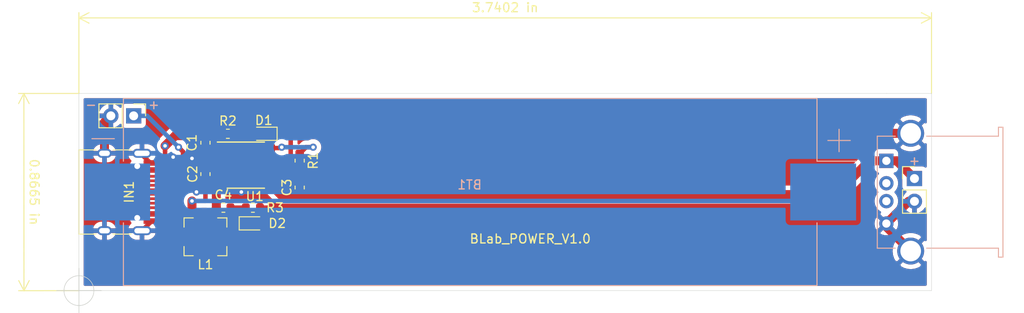
<source format=kicad_pcb>
(kicad_pcb (version 20171130) (host pcbnew "(5.1.6)-1")

  (general
    (thickness 1.6)
    (drawings 13)
    (tracks 116)
    (zones 0)
    (modules 16)
    (nets 20)
  )

  (page A4)
  (layers
    (0 F.Cu signal)
    (31 B.Cu signal)
    (32 B.Adhes user)
    (33 F.Adhes user)
    (34 B.Paste user)
    (35 F.Paste user)
    (36 B.SilkS user)
    (37 F.SilkS user)
    (38 B.Mask user)
    (39 F.Mask user)
    (40 Dwgs.User user)
    (41 Cmts.User user)
    (42 Eco1.User user)
    (43 Eco2.User user)
    (44 Edge.Cuts user)
    (45 Margin user)
    (46 B.CrtYd user)
    (47 F.CrtYd user)
    (48 B.Fab user)
    (49 F.Fab user hide)
  )

  (setup
    (last_trace_width 0.5)
    (user_trace_width 0.5)
    (user_trace_width 1)
    (trace_clearance 0.2)
    (zone_clearance 0.508)
    (zone_45_only no)
    (trace_min 0.2)
    (via_size 0.8)
    (via_drill 0.4)
    (via_min_size 0.4)
    (via_min_drill 0.3)
    (uvia_size 0.3)
    (uvia_drill 0.1)
    (uvias_allowed no)
    (uvia_min_size 0.2)
    (uvia_min_drill 0.1)
    (edge_width 0.05)
    (segment_width 0.2)
    (pcb_text_width 0.3)
    (pcb_text_size 1.5 1.5)
    (mod_edge_width 0.12)
    (mod_text_size 1 1)
    (mod_text_width 0.15)
    (pad_size 1.524 1.524)
    (pad_drill 0.762)
    (pad_to_mask_clearance 0.051)
    (solder_mask_min_width 0.25)
    (aux_axis_origin 0 0)
    (visible_elements 7FFFFFFF)
    (pcbplotparams
      (layerselection 0x010fc_ffffffff)
      (usegerberextensions false)
      (usegerberattributes false)
      (usegerberadvancedattributes false)
      (creategerberjobfile false)
      (excludeedgelayer true)
      (linewidth 0.100000)
      (plotframeref false)
      (viasonmask false)
      (mode 1)
      (useauxorigin false)
      (hpglpennumber 1)
      (hpglpenspeed 20)
      (hpglpendiameter 15.000000)
      (psnegative false)
      (psa4output false)
      (plotreference true)
      (plotvalue true)
      (plotinvisibletext false)
      (padsonsilk false)
      (subtractmaskfromsilk false)
      (outputformat 1)
      (mirror false)
      (drillshape 0)
      (scaleselection 1)
      (outputdirectory "gerber/"))
  )

  (net 0 "")
  (net 1 GND)
  (net 2 +5V)
  (net 3 "Net-(D1-Pad2)")
  (net 4 "Net-(J2-Pad3)")
  (net 5 "Net-(J2-Pad2)")
  (net 6 "Net-(IN1-PadB8)")
  (net 7 "Net-(IN1-PadA5)")
  (net 8 "Net-(IN1-PadB7)")
  (net 9 "Net-(IN1-PadA7)")
  (net 10 "Net-(IN1-PadB6)")
  (net 11 "Net-(IN1-PadA8)")
  (net 12 "Net-(IN1-PadB5)")
  (net 13 "Net-(IN1-PadA6)")
  (net 14 "Net-(BT1-Pad1)")
  (net 15 "Net-(D1-Pad1)")
  (net 16 "Net-(R1-Pad2)")
  (net 17 "Net-(C3-Pad1)")
  (net 18 "Net-(C4-Pad2)")
  (net 19 "Net-(C4-Pad1)")

  (net_class Default 这是默认网络类。
    (clearance 0.2)
    (trace_width 0.25)
    (via_dia 0.8)
    (via_drill 0.4)
    (uvia_dia 0.3)
    (uvia_drill 0.1)
    (add_net +5V)
    (add_net GND)
    (add_net "Net-(BT1-Pad1)")
    (add_net "Net-(C3-Pad1)")
    (add_net "Net-(C4-Pad1)")
    (add_net "Net-(C4-Pad2)")
    (add_net "Net-(D1-Pad1)")
    (add_net "Net-(D1-Pad2)")
    (add_net "Net-(IN1-PadA5)")
    (add_net "Net-(IN1-PadA6)")
    (add_net "Net-(IN1-PadA7)")
    (add_net "Net-(IN1-PadA8)")
    (add_net "Net-(IN1-PadB5)")
    (add_net "Net-(IN1-PadB6)")
    (add_net "Net-(IN1-PadB7)")
    (add_net "Net-(IN1-PadB8)")
    (add_net "Net-(J2-Pad2)")
    (add_net "Net-(J2-Pad3)")
    (add_net "Net-(R1-Pad2)")
  )

  (module Inductor_SMD:L_Bourns-SRN4018 (layer F.Cu) (tedit 5B471911) (tstamp 5FB905F7)
    (at 74.5 154)
    (descr "Bourns SRN4018 series SMD inductor, https://www.bourns.com/docs/Product-Datasheets/SRN4018.pdf")
    (tags "Bourns SRN4018 SMD inductor")
    (path /5F80CD31)
    (attr smd)
    (fp_text reference L1 (at 0 3.1) (layer F.SilkS)
      (effects (font (size 1 1) (thickness 0.15)))
    )
    (fp_text value 2.2uh (at 0 -3.1) (layer F.Fab)
      (effects (font (size 1 1) (thickness 0.15)))
    )
    (fp_line (start -2.53 -2.25) (end -2.53 2.25) (layer F.CrtYd) (width 0.05))
    (fp_line (start -2.53 2.25) (end 2.53 2.25) (layer F.CrtYd) (width 0.05))
    (fp_line (start 2.53 -2.25) (end 2.53 2.25) (layer F.CrtYd) (width 0.05))
    (fp_line (start -2.53 -2.25) (end 2.53 -2.25) (layer F.CrtYd) (width 0.05))
    (fp_line (start -2.385 2.11) (end -1.36 2.11) (layer F.SilkS) (width 0.12))
    (fp_line (start 2.385 2.11) (end 1.36 2.11) (layer F.SilkS) (width 0.12))
    (fp_line (start -2.385 2.11) (end -2.385 1.085) (layer F.SilkS) (width 0.12))
    (fp_line (start 2.385 2.11) (end 2.385 1.085) (layer F.SilkS) (width 0.12))
    (fp_line (start 2.385 -2.11) (end 2.385 -1.085) (layer F.SilkS) (width 0.12))
    (fp_line (start 2.385 -2.11) (end 1.36 -2.11) (layer F.SilkS) (width 0.12))
    (fp_line (start 2 -2) (end 2 2) (layer F.Fab) (width 0.1))
    (fp_line (start -2 -2) (end -2 2) (layer F.Fab) (width 0.1))
    (fp_line (start -2.385 -2.11) (end -1.36 -2.11) (layer F.SilkS) (width 0.12))
    (fp_line (start -2.385 -2.11) (end -2.385 -1.085) (layer F.SilkS) (width 0.12))
    (fp_line (start -2 -2) (end 2 -2) (layer F.Fab) (width 0.1))
    (fp_line (start 2 2) (end -2 2) (layer F.Fab) (width 0.1))
    (fp_text user %R (at 0 0) (layer F.Fab)
      (effects (font (size 1 1) (thickness 0.15)))
    )
    (pad 2 smd rect (at 1.525 0) (size 1.5 3.6) (layers F.Cu F.Paste F.Mask)
      (net 19 "Net-(C4-Pad1)"))
    (pad 1 smd rect (at -1.525 0) (size 1.5 3.6) (layers F.Cu F.Paste F.Mask)
      (net 14 "Net-(BT1-Pad1)"))
    (model ${KISYS3DMOD}/Inductor_SMD.3dshapes/L_Bourns-SRN4018.wrl
      (at (xyz 0 0 0))
      (scale (xyz 1 1 1))
      (rotate (xyz 0 0 0))
    )
  )

  (module Diode_SMD:D_0603_1608Metric (layer F.Cu) (tedit 5B301BBE) (tstamp 5FB8FCF0)
    (at 79.75 152.5)
    (descr "Diode SMD 0603 (1608 Metric), square (rectangular) end terminal, IPC_7351 nominal, (Body size source: http://www.tortai-tech.com/upload/download/2011102023233369053.pdf), generated with kicad-footprint-generator")
    (tags diode)
    (path /5FC28691)
    (attr smd)
    (fp_text reference D2 (at 2.75 0) (layer F.SilkS)
      (effects (font (size 1 1) (thickness 0.15)))
    )
    (fp_text value LED (at 0 1.43) (layer F.Fab)
      (effects (font (size 1 1) (thickness 0.15)))
    )
    (fp_line (start 1.48 0.73) (end -1.48 0.73) (layer F.CrtYd) (width 0.05))
    (fp_line (start 1.48 -0.73) (end 1.48 0.73) (layer F.CrtYd) (width 0.05))
    (fp_line (start -1.48 -0.73) (end 1.48 -0.73) (layer F.CrtYd) (width 0.05))
    (fp_line (start -1.48 0.73) (end -1.48 -0.73) (layer F.CrtYd) (width 0.05))
    (fp_line (start -1.485 0.735) (end 0.8 0.735) (layer F.SilkS) (width 0.12))
    (fp_line (start -1.485 -0.735) (end -1.485 0.735) (layer F.SilkS) (width 0.12))
    (fp_line (start 0.8 -0.735) (end -1.485 -0.735) (layer F.SilkS) (width 0.12))
    (fp_line (start 0.8 0.4) (end 0.8 -0.4) (layer F.Fab) (width 0.1))
    (fp_line (start -0.8 0.4) (end 0.8 0.4) (layer F.Fab) (width 0.1))
    (fp_line (start -0.8 -0.1) (end -0.8 0.4) (layer F.Fab) (width 0.1))
    (fp_line (start -0.5 -0.4) (end -0.8 -0.1) (layer F.Fab) (width 0.1))
    (fp_line (start 0.8 -0.4) (end -0.5 -0.4) (layer F.Fab) (width 0.1))
    (fp_text user %R (at 0 0) (layer F.Fab)
      (effects (font (size 0.4 0.4) (thickness 0.06)))
    )
    (pad 2 smd roundrect (at 0.7875 0) (size 0.875 0.95) (layers F.Cu F.Paste F.Mask) (roundrect_rratio 0.25)
      (net 1 GND))
    (pad 1 smd roundrect (at -0.7875 0) (size 0.875 0.95) (layers F.Cu F.Paste F.Mask) (roundrect_rratio 0.25)
      (net 18 "Net-(C4-Pad2)"))
    (model ${KISYS3DMOD}/Diode_SMD.3dshapes/D_0603_1608Metric.wrl
      (at (xyz 0 0 0))
      (scale (xyz 1 1 1))
      (rotate (xyz 0 0 0))
    )
  )

  (module Resistor_SMD:R_0603_1608Metric (layer F.Cu) (tedit 5B301BBD) (tstamp 5FB8FE5F)
    (at 79.7875 150.75)
    (descr "Resistor SMD 0603 (1608 Metric), square (rectangular) end terminal, IPC_7351 nominal, (Body size source: http://www.tortai-tech.com/upload/download/2011102023233369053.pdf), generated with kicad-footprint-generator")
    (tags resistor)
    (path /5FC27F07)
    (attr smd)
    (fp_text reference R3 (at 2.4625 0) (layer F.SilkS)
      (effects (font (size 1 1) (thickness 0.15)))
    )
    (fp_text value 47k (at 0 1.43) (layer F.Fab)
      (effects (font (size 1 1) (thickness 0.15)))
    )
    (fp_line (start 1.48 0.73) (end -1.48 0.73) (layer F.CrtYd) (width 0.05))
    (fp_line (start 1.48 -0.73) (end 1.48 0.73) (layer F.CrtYd) (width 0.05))
    (fp_line (start -1.48 -0.73) (end 1.48 -0.73) (layer F.CrtYd) (width 0.05))
    (fp_line (start -1.48 0.73) (end -1.48 -0.73) (layer F.CrtYd) (width 0.05))
    (fp_line (start -0.162779 0.51) (end 0.162779 0.51) (layer F.SilkS) (width 0.12))
    (fp_line (start -0.162779 -0.51) (end 0.162779 -0.51) (layer F.SilkS) (width 0.12))
    (fp_line (start 0.8 0.4) (end -0.8 0.4) (layer F.Fab) (width 0.1))
    (fp_line (start 0.8 -0.4) (end 0.8 0.4) (layer F.Fab) (width 0.1))
    (fp_line (start -0.8 -0.4) (end 0.8 -0.4) (layer F.Fab) (width 0.1))
    (fp_line (start -0.8 0.4) (end -0.8 -0.4) (layer F.Fab) (width 0.1))
    (fp_text user %R (at 0 0) (layer F.Fab)
      (effects (font (size 0.4 0.4) (thickness 0.06)))
    )
    (pad 2 smd roundrect (at 0.7875 0) (size 0.875 0.95) (layers F.Cu F.Paste F.Mask) (roundrect_rratio 0.25)
      (net 1 GND))
    (pad 1 smd roundrect (at -0.7875 0) (size 0.875 0.95) (layers F.Cu F.Paste F.Mask) (roundrect_rratio 0.25)
      (net 18 "Net-(C4-Pad2)"))
    (model ${KISYS3DMOD}/Resistor_SMD.3dshapes/R_0603_1608Metric.wrl
      (at (xyz 0 0 0))
      (scale (xyz 1 1 1))
      (rotate (xyz 0 0 0))
    )
  )

  (module Capacitor_SMD:C_0603_1608Metric (layer F.Cu) (tedit 5B301BBE) (tstamp 5FB8FCB9)
    (at 76.5 150.75)
    (descr "Capacitor SMD 0603 (1608 Metric), square (rectangular) end terminal, IPC_7351 nominal, (Body size source: http://www.tortai-tech.com/upload/download/2011102023233369053.pdf), generated with kicad-footprint-generator")
    (tags capacitor)
    (path /5FC26692)
    (attr smd)
    (fp_text reference C4 (at 0 -1.43) (layer F.SilkS)
      (effects (font (size 1 1) (thickness 0.15)))
    )
    (fp_text value 1nf (at 0 1.43) (layer F.Fab)
      (effects (font (size 1 1) (thickness 0.15)))
    )
    (fp_line (start 1.48 0.73) (end -1.48 0.73) (layer F.CrtYd) (width 0.05))
    (fp_line (start 1.48 -0.73) (end 1.48 0.73) (layer F.CrtYd) (width 0.05))
    (fp_line (start -1.48 -0.73) (end 1.48 -0.73) (layer F.CrtYd) (width 0.05))
    (fp_line (start -1.48 0.73) (end -1.48 -0.73) (layer F.CrtYd) (width 0.05))
    (fp_line (start -0.162779 0.51) (end 0.162779 0.51) (layer F.SilkS) (width 0.12))
    (fp_line (start -0.162779 -0.51) (end 0.162779 -0.51) (layer F.SilkS) (width 0.12))
    (fp_line (start 0.8 0.4) (end -0.8 0.4) (layer F.Fab) (width 0.1))
    (fp_line (start 0.8 -0.4) (end 0.8 0.4) (layer F.Fab) (width 0.1))
    (fp_line (start -0.8 -0.4) (end 0.8 -0.4) (layer F.Fab) (width 0.1))
    (fp_line (start -0.8 0.4) (end -0.8 -0.4) (layer F.Fab) (width 0.1))
    (fp_text user %R (at 0 0) (layer F.Fab)
      (effects (font (size 0.4 0.4) (thickness 0.06)))
    )
    (pad 2 smd roundrect (at 0.7875 0) (size 0.875 0.95) (layers F.Cu F.Paste F.Mask) (roundrect_rratio 0.25)
      (net 18 "Net-(C4-Pad2)"))
    (pad 1 smd roundrect (at -0.7875 0) (size 0.875 0.95) (layers F.Cu F.Paste F.Mask) (roundrect_rratio 0.25)
      (net 19 "Net-(C4-Pad1)"))
    (model ${KISYS3DMOD}/Capacitor_SMD.3dshapes/C_0603_1608Metric.wrl
      (at (xyz 0 0 0))
      (scale (xyz 1 1 1))
      (rotate (xyz 0 0 0))
    )
  )

  (module Connector_PinHeader_2.54mm:PinHeader_1x02_P2.54mm_Vertical (layer F.Cu) (tedit 59FED5CC) (tstamp 5F91B095)
    (at 153.5 147.5)
    (descr "Through hole straight pin header, 1x02, 2.54mm pitch, single row")
    (tags "Through hole pin header THT 1x02 2.54mm single row")
    (path /5F9266BB)
    (fp_text reference J3 (at 0 -2.33) (layer F.SilkS) hide
      (effects (font (size 1 1) (thickness 0.15)))
    )
    (fp_text value Conn_01x02_Female (at 0 4.87) (layer F.Fab)
      (effects (font (size 1 1) (thickness 0.15)))
    )
    (fp_line (start -0.635 -1.27) (end 1.27 -1.27) (layer F.Fab) (width 0.1))
    (fp_line (start 1.27 -1.27) (end 1.27 3.81) (layer F.Fab) (width 0.1))
    (fp_line (start 1.27 3.81) (end -1.27 3.81) (layer F.Fab) (width 0.1))
    (fp_line (start -1.27 3.81) (end -1.27 -0.635) (layer F.Fab) (width 0.1))
    (fp_line (start -1.27 -0.635) (end -0.635 -1.27) (layer F.Fab) (width 0.1))
    (fp_line (start -1.33 3.87) (end 1.33 3.87) (layer F.SilkS) (width 0.12))
    (fp_line (start -1.33 1.27) (end -1.33 3.87) (layer F.SilkS) (width 0.12))
    (fp_line (start 1.33 1.27) (end 1.33 3.87) (layer F.SilkS) (width 0.12))
    (fp_line (start -1.33 1.27) (end 1.33 1.27) (layer F.SilkS) (width 0.12))
    (fp_line (start -1.33 0) (end -1.33 -1.33) (layer F.SilkS) (width 0.12))
    (fp_line (start -1.33 -1.33) (end 0 -1.33) (layer F.SilkS) (width 0.12))
    (fp_line (start -1.8 -1.8) (end -1.8 4.35) (layer F.CrtYd) (width 0.05))
    (fp_line (start -1.8 4.35) (end 1.8 4.35) (layer F.CrtYd) (width 0.05))
    (fp_line (start 1.8 4.35) (end 1.8 -1.8) (layer F.CrtYd) (width 0.05))
    (fp_line (start 1.8 -1.8) (end -1.8 -1.8) (layer F.CrtYd) (width 0.05))
    (fp_text user %R (at 0 1.27 90) (layer F.Fab)
      (effects (font (size 1 1) (thickness 0.15)))
    )
    (pad 2 thru_hole oval (at 0 2.54) (size 1.7 1.7) (drill 1) (layers *.Cu *.Mask)
      (net 1 GND))
    (pad 1 thru_hole rect (at 0 0) (size 1.7 1.7) (drill 1) (layers *.Cu *.Mask)
      (net 17 "Net-(C3-Pad1)"))
    (model ${KISYS3DMOD}/Connector_PinHeader_2.54mm.3dshapes/PinHeader_1x02_P2.54mm_Vertical.wrl
      (at (xyz 0 0 0))
      (scale (xyz 1 1 1))
      (rotate (xyz 0 0 0))
    )
  )

  (module Connector_PinHeader_2.54mm:PinHeader_1x02_P2.54mm_Vertical (layer F.Cu) (tedit 59FED5CC) (tstamp 5F91A759)
    (at 66.5 140.5 270)
    (descr "Through hole straight pin header, 1x02, 2.54mm pitch, single row")
    (tags "Through hole pin header THT 1x02 2.54mm single row")
    (path /5F832B6D)
    (fp_text reference J1 (at 0 -2.33 90) (layer F.SilkS) hide
      (effects (font (size 1 1) (thickness 0.15)))
    )
    (fp_text value Conn_01x02_Female (at 0 4.87 90) (layer F.Fab)
      (effects (font (size 1 1) (thickness 0.15)))
    )
    (fp_line (start 1.8 -1.8) (end -1.8 -1.8) (layer F.CrtYd) (width 0.05))
    (fp_line (start 1.8 4.35) (end 1.8 -1.8) (layer F.CrtYd) (width 0.05))
    (fp_line (start -1.8 4.35) (end 1.8 4.35) (layer F.CrtYd) (width 0.05))
    (fp_line (start -1.8 -1.8) (end -1.8 4.35) (layer F.CrtYd) (width 0.05))
    (fp_line (start -1.33 -1.33) (end 0 -1.33) (layer F.SilkS) (width 0.12))
    (fp_line (start -1.33 0) (end -1.33 -1.33) (layer F.SilkS) (width 0.12))
    (fp_line (start -1.33 1.27) (end 1.33 1.27) (layer F.SilkS) (width 0.12))
    (fp_line (start 1.33 1.27) (end 1.33 3.87) (layer F.SilkS) (width 0.12))
    (fp_line (start -1.33 1.27) (end -1.33 3.87) (layer F.SilkS) (width 0.12))
    (fp_line (start -1.33 3.87) (end 1.33 3.87) (layer F.SilkS) (width 0.12))
    (fp_line (start -1.27 -0.635) (end -0.635 -1.27) (layer F.Fab) (width 0.1))
    (fp_line (start -1.27 3.81) (end -1.27 -0.635) (layer F.Fab) (width 0.1))
    (fp_line (start 1.27 3.81) (end -1.27 3.81) (layer F.Fab) (width 0.1))
    (fp_line (start 1.27 -1.27) (end 1.27 3.81) (layer F.Fab) (width 0.1))
    (fp_line (start -0.635 -1.27) (end 1.27 -1.27) (layer F.Fab) (width 0.1))
    (fp_text user %R (at 0 1.27) (layer F.Fab)
      (effects (font (size 1 1) (thickness 0.15)))
    )
    (pad 2 thru_hole oval (at 0 2.54 270) (size 1.7 1.7) (drill 1) (layers *.Cu *.Mask)
      (net 1 GND))
    (pad 1 thru_hole rect (at 0 0 270) (size 1.7 1.7) (drill 1) (layers *.Cu *.Mask)
      (net 14 "Net-(BT1-Pad1)"))
    (model ${KISYS3DMOD}/Connector_PinHeader_2.54mm.3dshapes/PinHeader_1x02_P2.54mm_Vertical.wrl
      (at (xyz 0 0 0))
      (scale (xyz 1 1 1))
      (rotate (xyz 0 0 0))
    )
  )

  (module Capacitor_SMD:C_0603_1608Metric (layer F.Cu) (tedit 5B301BBE) (tstamp 5F828E56)
    (at 85 148.5 90)
    (descr "Capacitor SMD 0603 (1608 Metric), square (rectangular) end terminal, IPC_7351 nominal, (Body size source: http://www.tortai-tech.com/upload/download/2011102023233369053.pdf), generated with kicad-footprint-generator")
    (tags capacitor)
    (path /5F82952F)
    (attr smd)
    (fp_text reference C3 (at 0 -1.43 90) (layer F.SilkS)
      (effects (font (size 1 1) (thickness 0.15)))
    )
    (fp_text value 22uf (at 0 1.43 90) (layer F.Fab)
      (effects (font (size 1 1) (thickness 0.15)))
    )
    (fp_line (start -0.8 0.4) (end -0.8 -0.4) (layer F.Fab) (width 0.1))
    (fp_line (start -0.8 -0.4) (end 0.8 -0.4) (layer F.Fab) (width 0.1))
    (fp_line (start 0.8 -0.4) (end 0.8 0.4) (layer F.Fab) (width 0.1))
    (fp_line (start 0.8 0.4) (end -0.8 0.4) (layer F.Fab) (width 0.1))
    (fp_line (start -0.162779 -0.51) (end 0.162779 -0.51) (layer F.SilkS) (width 0.12))
    (fp_line (start -0.162779 0.51) (end 0.162779 0.51) (layer F.SilkS) (width 0.12))
    (fp_line (start -1.48 0.73) (end -1.48 -0.73) (layer F.CrtYd) (width 0.05))
    (fp_line (start -1.48 -0.73) (end 1.48 -0.73) (layer F.CrtYd) (width 0.05))
    (fp_line (start 1.48 -0.73) (end 1.48 0.73) (layer F.CrtYd) (width 0.05))
    (fp_line (start 1.48 0.73) (end -1.48 0.73) (layer F.CrtYd) (width 0.05))
    (fp_text user %R (at 0 0 90) (layer F.Fab)
      (effects (font (size 0.4 0.4) (thickness 0.06)))
    )
    (pad 2 smd roundrect (at 0.7875 0 90) (size 0.875 0.95) (layers F.Cu F.Paste F.Mask) (roundrect_rratio 0.25)
      (net 1 GND))
    (pad 1 smd roundrect (at -0.7875 0 90) (size 0.875 0.95) (layers F.Cu F.Paste F.Mask) (roundrect_rratio 0.25)
      (net 17 "Net-(C3-Pad1)"))
    (model ${KISYS3DMOD}/Capacitor_SMD.3dshapes/C_0603_1608Metric.wrl
      (at (xyz 0 0 0))
      (scale (xyz 1 1 1))
      (rotate (xyz 0 0 0))
    )
  )

  (module Package_SO:Diodes_SO-8EP (layer F.Cu) (tedit 5B8826E6) (tstamp 5F7F38CC)
    (at 79 146)
    (descr "8-Lead Plastic SO, Exposed Die Pad (see https://www.diodes.com/assets/Package-Files/SO-8EP.pdf)")
    (tags "SO exposed pad")
    (path /5F7F07BF)
    (attr smd)
    (fp_text reference U1 (at 1 3.5 180) (layer F.SilkS)
      (effects (font (size 1 1) (thickness 0.15)))
    )
    (fp_text value ETA9638 (at 0 3.4) (layer F.Fab)
      (effects (font (size 1 1) (thickness 0.15)))
    )
    (fp_line (start -2.075 2.575) (end 2.075 2.575) (layer F.SilkS) (width 0.15))
    (fp_line (start -3.175 -2.575) (end 2.075 -2.575) (layer F.SilkS) (width 0.15))
    (fp_line (start -3.5 2.55) (end 3.5 2.55) (layer F.CrtYd) (width 0.05))
    (fp_line (start -3.5 -2.55) (end 3.5 -2.55) (layer F.CrtYd) (width 0.05))
    (fp_line (start 3.5 -2.55) (end 3.5 2.55) (layer F.CrtYd) (width 0.05))
    (fp_line (start -3.5 -2.55) (end -3.5 2.55) (layer F.CrtYd) (width 0.05))
    (fp_line (start -1.95 -1.45) (end -0.95 -2.45) (layer F.Fab) (width 0.15))
    (fp_line (start -1.95 2.45) (end -1.95 -1.45) (layer F.Fab) (width 0.15))
    (fp_line (start 1.95 2.45) (end -1.95 2.45) (layer F.Fab) (width 0.15))
    (fp_line (start 1.95 -2.45) (end 1.95 2.45) (layer F.Fab) (width 0.15))
    (fp_line (start -0.95 -2.45) (end 1.95 -2.45) (layer F.Fab) (width 0.15))
    (fp_text user %R (at 0 0) (layer F.Fab)
      (effects (font (size 1 1) (thickness 0.15)))
    )
    (pad 9 smd rect (at 0 0) (size 2.613 3.502) (layers F.Cu F.Paste F.Mask)
      (net 1 GND) (solder_paste_margin_ratio -0.2))
    (pad 8 smd rect (at 2.4975 -1.905) (size 1.505 0.802) (layers F.Cu F.Paste F.Mask)
      (net 16 "Net-(R1-Pad2)"))
    (pad 7 smd rect (at 2.4975 -0.635) (size 1.505 0.802) (layers F.Cu F.Paste F.Mask)
      (net 15 "Net-(D1-Pad1)"))
    (pad 6 smd rect (at 2.4975 0.635) (size 1.505 0.802) (layers F.Cu F.Paste F.Mask)
      (net 1 GND))
    (pad 5 smd rect (at 2.4975 1.905) (size 1.505 0.802) (layers F.Cu F.Paste F.Mask)
      (net 17 "Net-(C3-Pad1)"))
    (pad 4 smd rect (at -2.4975 1.905) (size 1.505 0.802) (layers F.Cu F.Paste F.Mask)
      (net 19 "Net-(C4-Pad1)"))
    (pad 3 smd rect (at -2.4975 0.635) (size 1.505 0.802) (layers F.Cu F.Paste F.Mask)
      (net 14 "Net-(BT1-Pad1)"))
    (pad 2 smd rect (at -2.4975 -0.635) (size 1.505 0.802) (layers F.Cu F.Paste F.Mask)
      (net 14 "Net-(BT1-Pad1)"))
    (pad 1 smd rect (at -2.4975 -1.905) (size 1.505 0.802) (layers F.Cu F.Paste F.Mask)
      (net 2 +5V))
    (model ${KISYS3DMOD}/Package_SO.3dshapes/Diodes_SO-8EP.wrl
      (at (xyz 0 0 0))
      (scale (xyz 1 1 1))
      (rotate (xyz 0 0 0))
    )
  )

  (module Resistor_SMD:R_0603_1608Metric (layer F.Cu) (tedit 5B301BBD) (tstamp 5F7F38B3)
    (at 77 142.5)
    (descr "Resistor SMD 0603 (1608 Metric), square (rectangular) end terminal, IPC_7351 nominal, (Body size source: http://www.tortai-tech.com/upload/download/2011102023233369053.pdf), generated with kicad-footprint-generator")
    (tags resistor)
    (path /5F80B0DE)
    (attr smd)
    (fp_text reference R2 (at 0 -1.43) (layer F.SilkS)
      (effects (font (size 1 1) (thickness 0.15)))
    )
    (fp_text value 10k (at 0 1.43) (layer F.Fab)
      (effects (font (size 1 1) (thickness 0.15)))
    )
    (fp_line (start 1.48 0.73) (end -1.48 0.73) (layer F.CrtYd) (width 0.05))
    (fp_line (start 1.48 -0.73) (end 1.48 0.73) (layer F.CrtYd) (width 0.05))
    (fp_line (start -1.48 -0.73) (end 1.48 -0.73) (layer F.CrtYd) (width 0.05))
    (fp_line (start -1.48 0.73) (end -1.48 -0.73) (layer F.CrtYd) (width 0.05))
    (fp_line (start -0.162779 0.51) (end 0.162779 0.51) (layer F.SilkS) (width 0.12))
    (fp_line (start -0.162779 -0.51) (end 0.162779 -0.51) (layer F.SilkS) (width 0.12))
    (fp_line (start 0.8 0.4) (end -0.8 0.4) (layer F.Fab) (width 0.1))
    (fp_line (start 0.8 -0.4) (end 0.8 0.4) (layer F.Fab) (width 0.1))
    (fp_line (start -0.8 -0.4) (end 0.8 -0.4) (layer F.Fab) (width 0.1))
    (fp_line (start -0.8 0.4) (end -0.8 -0.4) (layer F.Fab) (width 0.1))
    (fp_text user %R (at 0 0) (layer F.Fab)
      (effects (font (size 0.4 0.4) (thickness 0.06)))
    )
    (pad 2 smd roundrect (at 0.7875 0) (size 0.875 0.95) (layers F.Cu F.Paste F.Mask) (roundrect_rratio 0.25)
      (net 3 "Net-(D1-Pad2)"))
    (pad 1 smd roundrect (at -0.7875 0) (size 0.875 0.95) (layers F.Cu F.Paste F.Mask) (roundrect_rratio 0.25)
      (net 2 +5V))
    (model ${KISYS3DMOD}/Resistor_SMD.3dshapes/R_0603_1608Metric.wrl
      (at (xyz 0 0 0))
      (scale (xyz 1 1 1))
      (rotate (xyz 0 0 0))
    )
  )

  (module Resistor_SMD:R_0603_1608Metric (layer F.Cu) (tedit 5B301BBD) (tstamp 5F7F38A2)
    (at 85 145.5 90)
    (descr "Resistor SMD 0603 (1608 Metric), square (rectangular) end terminal, IPC_7351 nominal, (Body size source: http://www.tortai-tech.com/upload/download/2011102023233369053.pdf), generated with kicad-footprint-generator")
    (tags resistor)
    (path /5F821CEA)
    (attr smd)
    (fp_text reference R1 (at 0 1.5 90) (layer F.SilkS)
      (effects (font (size 1 1) (thickness 0.15)))
    )
    (fp_text value 1k (at 0 1.43 90) (layer F.Fab)
      (effects (font (size 1 1) (thickness 0.15)))
    )
    (fp_line (start 1.48 0.73) (end -1.48 0.73) (layer F.CrtYd) (width 0.05))
    (fp_line (start 1.48 -0.73) (end 1.48 0.73) (layer F.CrtYd) (width 0.05))
    (fp_line (start -1.48 -0.73) (end 1.48 -0.73) (layer F.CrtYd) (width 0.05))
    (fp_line (start -1.48 0.73) (end -1.48 -0.73) (layer F.CrtYd) (width 0.05))
    (fp_line (start -0.162779 0.51) (end 0.162779 0.51) (layer F.SilkS) (width 0.12))
    (fp_line (start -0.162779 -0.51) (end 0.162779 -0.51) (layer F.SilkS) (width 0.12))
    (fp_line (start 0.8 0.4) (end -0.8 0.4) (layer F.Fab) (width 0.1))
    (fp_line (start 0.8 -0.4) (end 0.8 0.4) (layer F.Fab) (width 0.1))
    (fp_line (start -0.8 -0.4) (end 0.8 -0.4) (layer F.Fab) (width 0.1))
    (fp_line (start -0.8 0.4) (end -0.8 -0.4) (layer F.Fab) (width 0.1))
    (fp_text user %R (at 0 0 90) (layer F.Fab)
      (effects (font (size 0.4 0.4) (thickness 0.06)))
    )
    (pad 2 smd roundrect (at 0.7875 0 90) (size 0.875 0.95) (layers F.Cu F.Paste F.Mask) (roundrect_rratio 0.25)
      (net 16 "Net-(R1-Pad2)"))
    (pad 1 smd roundrect (at -0.7875 0 90) (size 0.875 0.95) (layers F.Cu F.Paste F.Mask) (roundrect_rratio 0.25)
      (net 1 GND))
    (model ${KISYS3DMOD}/Resistor_SMD.3dshapes/R_0603_1608Metric.wrl
      (at (xyz 0 0 0))
      (scale (xyz 1 1 1))
      (rotate (xyz 0 0 0))
    )
  )

  (module LED_SMD:LED_0603_1608Metric (layer F.Cu) (tedit 5B301BBE) (tstamp 5F7F439F)
    (at 81 142.5 180)
    (descr "LED SMD 0603 (1608 Metric), square (rectangular) end terminal, IPC_7351 nominal, (Body size source: http://www.tortai-tech.com/upload/download/2011102023233369053.pdf), generated with kicad-footprint-generator")
    (tags diode)
    (path /5F808B17)
    (attr smd)
    (fp_text reference D1 (at 0 1.5) (layer F.SilkS)
      (effects (font (size 1 1) (thickness 0.15)))
    )
    (fp_text value LED (at 0 1.43) (layer F.Fab)
      (effects (font (size 1 1) (thickness 0.15)))
    )
    (fp_line (start 1.48 0.73) (end -1.48 0.73) (layer F.CrtYd) (width 0.05))
    (fp_line (start 1.48 -0.73) (end 1.48 0.73) (layer F.CrtYd) (width 0.05))
    (fp_line (start -1.48 -0.73) (end 1.48 -0.73) (layer F.CrtYd) (width 0.05))
    (fp_line (start -1.48 0.73) (end -1.48 -0.73) (layer F.CrtYd) (width 0.05))
    (fp_line (start -1.485 0.735) (end 0.8 0.735) (layer F.SilkS) (width 0.12))
    (fp_line (start -1.485 -0.735) (end -1.485 0.735) (layer F.SilkS) (width 0.12))
    (fp_line (start 0.8 -0.735) (end -1.485 -0.735) (layer F.SilkS) (width 0.12))
    (fp_line (start 0.8 0.4) (end 0.8 -0.4) (layer F.Fab) (width 0.1))
    (fp_line (start -0.8 0.4) (end 0.8 0.4) (layer F.Fab) (width 0.1))
    (fp_line (start -0.8 -0.1) (end -0.8 0.4) (layer F.Fab) (width 0.1))
    (fp_line (start -0.5 -0.4) (end -0.8 -0.1) (layer F.Fab) (width 0.1))
    (fp_line (start 0.8 -0.4) (end -0.5 -0.4) (layer F.Fab) (width 0.1))
    (fp_text user %R (at 0 0) (layer F.Fab)
      (effects (font (size 0.4 0.4) (thickness 0.06)))
    )
    (pad 2 smd roundrect (at 0.7875 0 180) (size 0.875 0.95) (layers F.Cu F.Paste F.Mask) (roundrect_rratio 0.25)
      (net 3 "Net-(D1-Pad2)"))
    (pad 1 smd roundrect (at -0.7875 0 180) (size 0.875 0.95) (layers F.Cu F.Paste F.Mask) (roundrect_rratio 0.25)
      (net 15 "Net-(D1-Pad1)"))
    (model ${KISYS3DMOD}/LED_SMD.3dshapes/LED_0603_1608Metric.wrl
      (at (xyz 0 0 0))
      (scale (xyz 1 1 1))
      (rotate (xyz 0 0 0))
    )
  )

  (module Capacitor_SMD:C_0603_1608Metric (layer F.Cu) (tedit 5B301BBE) (tstamp 5F7F37CA)
    (at 74.5 147 90)
    (descr "Capacitor SMD 0603 (1608 Metric), square (rectangular) end terminal, IPC_7351 nominal, (Body size source: http://www.tortai-tech.com/upload/download/2011102023233369053.pdf), generated with kicad-footprint-generator")
    (tags capacitor)
    (path /5F80E8AB)
    (attr smd)
    (fp_text reference C2 (at 0 -1.43 90) (layer F.SilkS)
      (effects (font (size 1 1) (thickness 0.15)))
    )
    (fp_text value 10uf (at 0 1.43 90) (layer F.Fab)
      (effects (font (size 1 1) (thickness 0.15)))
    )
    (fp_line (start 1.48 0.73) (end -1.48 0.73) (layer F.CrtYd) (width 0.05))
    (fp_line (start 1.48 -0.73) (end 1.48 0.73) (layer F.CrtYd) (width 0.05))
    (fp_line (start -1.48 -0.73) (end 1.48 -0.73) (layer F.CrtYd) (width 0.05))
    (fp_line (start -1.48 0.73) (end -1.48 -0.73) (layer F.CrtYd) (width 0.05))
    (fp_line (start -0.162779 0.51) (end 0.162779 0.51) (layer F.SilkS) (width 0.12))
    (fp_line (start -0.162779 -0.51) (end 0.162779 -0.51) (layer F.SilkS) (width 0.12))
    (fp_line (start 0.8 0.4) (end -0.8 0.4) (layer F.Fab) (width 0.1))
    (fp_line (start 0.8 -0.4) (end 0.8 0.4) (layer F.Fab) (width 0.1))
    (fp_line (start -0.8 -0.4) (end 0.8 -0.4) (layer F.Fab) (width 0.1))
    (fp_line (start -0.8 0.4) (end -0.8 -0.4) (layer F.Fab) (width 0.1))
    (fp_text user %R (at 0 0 90) (layer F.Fab)
      (effects (font (size 0.4 0.4) (thickness 0.06)))
    )
    (pad 2 smd roundrect (at 0.7875 0 90) (size 0.875 0.95) (layers F.Cu F.Paste F.Mask) (roundrect_rratio 0.25)
      (net 1 GND))
    (pad 1 smd roundrect (at -0.7875 0 90) (size 0.875 0.95) (layers F.Cu F.Paste F.Mask) (roundrect_rratio 0.25)
      (net 14 "Net-(BT1-Pad1)"))
    (model ${KISYS3DMOD}/Capacitor_SMD.3dshapes/C_0603_1608Metric.wrl
      (at (xyz 0 0 0))
      (scale (xyz 1 1 1))
      (rotate (xyz 0 0 0))
    )
  )

  (module Capacitor_SMD:C_0603_1608Metric (layer F.Cu) (tedit 5B301BBE) (tstamp 5F7F37B9)
    (at 74.5 143.5 270)
    (descr "Capacitor SMD 0603 (1608 Metric), square (rectangular) end terminal, IPC_7351 nominal, (Body size source: http://www.tortai-tech.com/upload/download/2011102023233369053.pdf), generated with kicad-footprint-generator")
    (tags capacitor)
    (path /5F817351)
    (attr smd)
    (fp_text reference C1 (at 0 1.5 270) (layer F.SilkS)
      (effects (font (size 1 1) (thickness 0.15)))
    )
    (fp_text value 10uf (at 0 1.43 90) (layer F.Fab)
      (effects (font (size 1 1) (thickness 0.15)))
    )
    (fp_line (start 1.48 0.73) (end -1.48 0.73) (layer F.CrtYd) (width 0.05))
    (fp_line (start 1.48 -0.73) (end 1.48 0.73) (layer F.CrtYd) (width 0.05))
    (fp_line (start -1.48 -0.73) (end 1.48 -0.73) (layer F.CrtYd) (width 0.05))
    (fp_line (start -1.48 0.73) (end -1.48 -0.73) (layer F.CrtYd) (width 0.05))
    (fp_line (start -0.162779 0.51) (end 0.162779 0.51) (layer F.SilkS) (width 0.12))
    (fp_line (start -0.162779 -0.51) (end 0.162779 -0.51) (layer F.SilkS) (width 0.12))
    (fp_line (start 0.8 0.4) (end -0.8 0.4) (layer F.Fab) (width 0.1))
    (fp_line (start 0.8 -0.4) (end 0.8 0.4) (layer F.Fab) (width 0.1))
    (fp_line (start -0.8 -0.4) (end 0.8 -0.4) (layer F.Fab) (width 0.1))
    (fp_line (start -0.8 0.4) (end -0.8 -0.4) (layer F.Fab) (width 0.1))
    (fp_text user %R (at 0 0 90) (layer F.Fab)
      (effects (font (size 0.4 0.4) (thickness 0.06)))
    )
    (pad 2 smd roundrect (at 0.7875 0 270) (size 0.875 0.95) (layers F.Cu F.Paste F.Mask) (roundrect_rratio 0.25)
      (net 1 GND))
    (pad 1 smd roundrect (at -0.7875 0 270) (size 0.875 0.95) (layers F.Cu F.Paste F.Mask) (roundrect_rratio 0.25)
      (net 2 +5V))
    (model ${KISYS3DMOD}/Capacitor_SMD.3dshapes/C_0603_1608Metric.wrl
      (at (xyz 0 0 0))
      (scale (xyz 1 1 1))
      (rotate (xyz 0 0 0))
    )
  )

  (module my:18650电池仓 locked (layer B.Cu) (tedit 5F3A89D6) (tstamp 5F3B0F6E)
    (at 104 149 180)
    (descr "Battery holder for 18650 cylindrical cells http://www.keyelco.com/product.cfm/product_id/918")
    (tags "18650 Keystone 1042 Li-ion")
    (path /5F2D5287)
    (attr smd)
    (fp_text reference BT1 (at 0.07 0.8) (layer B.SilkS)
      (effects (font (size 1 1) (thickness 0.15)) (justify mirror))
    )
    (fp_text value Battery_Cell (at 0.9 -11.7) (layer B.Fab) hide
      (effects (font (size 1 1) (thickness 0.15)) (justify mirror))
    )
    (fp_line (start -41.1 4.5) (end -41.1 7) (layer B.SilkS) (width 0.12))
    (fp_line (start -42.35 5.75) (end -39.85 5.75) (layer B.SilkS) (width 0.12))
    (fp_line (start -39.03 -3.68) (end -43.5 -3.68) (layer B.CrtYd) (width 0.05))
    (fp_line (start -43.5 -3.68) (end -43.5 3.68) (layer B.CrtYd) (width 0.05))
    (fp_line (start -43.5 3.68) (end -39.03 3.68) (layer B.CrtYd) (width 0.05))
    (fp_line (start 43.5 3.68) (end 39.03 3.68) (layer B.CrtYd) (width 0.05))
    (fp_line (start 39.03 -3.68) (end 43.5 -3.68) (layer B.CrtYd) (width 0.05))
    (fp_line (start -39.03 10.83) (end -39.03 3.68) (layer B.CrtYd) (width 0.05))
    (fp_line (start -39.03 -10.83) (end -39.03 -3.68) (layer B.CrtYd) (width 0.05))
    (fp_line (start 39.03 10.83) (end 39.03 3.68) (layer B.CrtYd) (width 0.05))
    (fp_line (start -39.03 10.83) (end 39.03 10.83) (layer B.CrtYd) (width 0.05))
    (fp_line (start -39.03 -10.83) (end 39.03 -10.83) (layer B.CrtYd) (width 0.05))
    (fp_line (start 38.53 10.33) (end 38.53 -10.33) (layer B.Fab) (width 0.1))
    (fp_line (start -33.3675 10.33) (end 38.53 10.33) (layer B.Fab) (width 0.1))
    (fp_line (start 42.15 5.95) (end 39.65 5.95) (layer B.SilkS) (width 0.12))
    (fp_line (start -38.53 5.1675) (end -38.53 -10.33) (layer B.Fab) (width 0.1))
    (fp_line (start -38.53 -10.33) (end 38.53 -10.33) (layer B.Fab) (width 0.1))
    (fp_line (start 38.64 3.44) (end 38.64 10.42) (layer B.SilkS) (width 0.12))
    (fp_line (start 38.64 10.44) (end -38.64 10.44) (layer B.SilkS) (width 0.12))
    (fp_line (start -38.64 10.44) (end -38.64 3.44) (layer B.SilkS) (width 0.12))
    (fp_line (start 38.64 -3.44) (end 38.64 -10.44) (layer B.SilkS) (width 0.12))
    (fp_line (start 38.64 -10.44) (end -38.64 -10.44) (layer B.SilkS) (width 0.12))
    (fp_line (start -38.64 -10.44) (end -38.64 -3.44) (layer B.SilkS) (width 0.12))
    (fp_line (start 39.03 -10.83) (end 39.03 -3.68) (layer B.CrtYd) (width 0.05))
    (fp_line (start 43.5 -3.68) (end 43.5 3.68) (layer B.CrtYd) (width 0.05))
    (fp_line (start -38.64 3.44) (end -43 3.44) (layer B.SilkS) (width 0.12))
    (fp_line (start -33.3675 10.33) (end -38.53 5.1675) (layer B.Fab) (width 0.1))
    (fp_text user %R (at 0 0) (layer B.Fab)
      (effects (font (size 1 1) (thickness 0.15)) (justify mirror))
    )
    (pad 2 smd rect (at 39.33 0 180) (size 7.34 6.35) (layers B.Cu B.Paste B.Mask)
      (net 1 GND))
    (pad 1 smd rect (at -39.33 0 180) (size 7.34 6.35) (layers B.Cu B.Paste B.Mask)
      (net 14 "Net-(BT1-Pad1)"))
    (model ${KISYS3DMOD}/Battery.3dshapes/BatteryHolder_Keystone_1042_1x18650.wrl
      (at (xyz 0 0 0))
      (scale (xyz 1 1 1))
      (rotate (xyz 0 0 0))
    )
  )

  (module Connector_USB:USB_C_Receptacle_HRO_TYPE-C-31-M-12 (layer F.Cu) (tedit 5D3C0721) (tstamp 5F3B0A98)
    (at 64.3 149 270)
    (descr "USB Type-C receptacle for USB 2.0 and PD, http://www.krhro.com/uploads/soft/180320/1-1P320120243.pdf")
    (tags "usb usb-c 2.0 pd")
    (path /5F391E4D)
    (attr smd)
    (fp_text reference IN1 (at 0 -1.7 90) (layer F.SilkS)
      (effects (font (size 1 1) (thickness 0.15)))
    )
    (fp_text value USB_C_Receptacle_USB2.0 (at 0 5.1 90) (layer F.Fab)
      (effects (font (size 1 1) (thickness 0.15)))
    )
    (fp_line (start -4.7 3.9) (end 4.7 3.9) (layer F.SilkS) (width 0.12))
    (fp_line (start -4.47 -3.65) (end 4.47 -3.65) (layer F.Fab) (width 0.1))
    (fp_line (start -4.47 -3.65) (end -4.47 3.65) (layer F.Fab) (width 0.1))
    (fp_line (start -4.47 3.65) (end 4.47 3.65) (layer F.Fab) (width 0.1))
    (fp_line (start 4.47 -3.65) (end 4.47 3.65) (layer F.Fab) (width 0.1))
    (fp_line (start -5.32 -5.27) (end 5.32 -5.27) (layer F.CrtYd) (width 0.05))
    (fp_line (start -5.32 4.15) (end 5.32 4.15) (layer F.CrtYd) (width 0.05))
    (fp_line (start -5.32 -5.27) (end -5.32 4.15) (layer F.CrtYd) (width 0.05))
    (fp_line (start 5.32 -5.27) (end 5.32 4.15) (layer F.CrtYd) (width 0.05))
    (fp_line (start 4.7 -1.9) (end 4.7 0.1) (layer F.SilkS) (width 0.12))
    (fp_line (start 4.7 2) (end 4.7 3.9) (layer F.SilkS) (width 0.12))
    (fp_line (start -4.7 -1.9) (end -4.7 0.1) (layer F.SilkS) (width 0.12))
    (fp_line (start -4.7 2) (end -4.7 3.9) (layer F.SilkS) (width 0.12))
    (fp_text user %R (at 0 0 90) (layer F.Fab)
      (effects (font (size 1 1) (thickness 0.15)))
    )
    (pad B1 smd rect (at 3.25 -4.045 270) (size 0.6 1.45) (layers F.Cu F.Paste F.Mask)
      (net 1 GND))
    (pad A9 smd rect (at 2.45 -4.045 270) (size 0.6 1.45) (layers F.Cu F.Paste F.Mask)
      (net 2 +5V))
    (pad B9 smd rect (at -2.45 -4.045 270) (size 0.6 1.45) (layers F.Cu F.Paste F.Mask)
      (net 2 +5V))
    (pad B12 smd rect (at -3.25 -4.045 270) (size 0.6 1.45) (layers F.Cu F.Paste F.Mask)
      (net 1 GND))
    (pad A1 smd rect (at -3.25 -4.045 270) (size 0.6 1.45) (layers F.Cu F.Paste F.Mask)
      (net 1 GND))
    (pad A4 smd rect (at -2.45 -4.045 270) (size 0.6 1.45) (layers F.Cu F.Paste F.Mask)
      (net 2 +5V))
    (pad B4 smd rect (at 2.45 -4.045 270) (size 0.6 1.45) (layers F.Cu F.Paste F.Mask)
      (net 2 +5V))
    (pad A12 smd rect (at 3.25 -4.045 270) (size 0.6 1.45) (layers F.Cu F.Paste F.Mask)
      (net 1 GND))
    (pad B8 smd rect (at -1.75 -4.045 270) (size 0.3 1.45) (layers F.Cu F.Paste F.Mask)
      (net 6 "Net-(IN1-PadB8)"))
    (pad A5 smd rect (at -1.25 -4.045 270) (size 0.3 1.45) (layers F.Cu F.Paste F.Mask)
      (net 7 "Net-(IN1-PadA5)"))
    (pad B7 smd rect (at -0.75 -4.045 270) (size 0.3 1.45) (layers F.Cu F.Paste F.Mask)
      (net 8 "Net-(IN1-PadB7)"))
    (pad A7 smd rect (at 0.25 -4.045 270) (size 0.3 1.45) (layers F.Cu F.Paste F.Mask)
      (net 9 "Net-(IN1-PadA7)"))
    (pad B6 smd rect (at 0.75 -4.045 270) (size 0.3 1.45) (layers F.Cu F.Paste F.Mask)
      (net 10 "Net-(IN1-PadB6)"))
    (pad A8 smd rect (at 1.25 -4.045 270) (size 0.3 1.45) (layers F.Cu F.Paste F.Mask)
      (net 11 "Net-(IN1-PadA8)"))
    (pad B5 smd rect (at 1.75 -4.045 270) (size 0.3 1.45) (layers F.Cu F.Paste F.Mask)
      (net 12 "Net-(IN1-PadB5)"))
    (pad A6 smd rect (at -0.25 -4.045 270) (size 0.3 1.45) (layers F.Cu F.Paste F.Mask)
      (net 13 "Net-(IN1-PadA6)"))
    (pad S1 thru_hole oval (at 4.32 -3.13 270) (size 1 2.1) (drill oval 0.6 1.7) (layers *.Cu *.Mask)
      (net 1 GND))
    (pad S1 thru_hole oval (at -4.32 -3.13 270) (size 1 2.1) (drill oval 0.6 1.7) (layers *.Cu *.Mask)
      (net 1 GND))
    (pad "" np_thru_hole circle (at -2.89 -2.6 270) (size 0.65 0.65) (drill 0.65) (layers *.Cu *.Mask))
    (pad S1 thru_hole oval (at -4.32 1.05 270) (size 1 1.6) (drill oval 0.6 1.2) (layers *.Cu *.Mask)
      (net 1 GND))
    (pad "" np_thru_hole circle (at 2.89 -2.6 270) (size 0.65 0.65) (drill 0.65) (layers *.Cu *.Mask))
    (pad S1 thru_hole oval (at 4.32 1.05 270) (size 1 1.6) (drill oval 0.6 1.2) (layers *.Cu *.Mask)
      (net 1 GND))
    (model ${KISYS3DMOD}/Connector_USB.3dshapes/USB_C_Receptacle_HRO_TYPE-C-31-M-12.wrl
      (at (xyz 0 0 0))
      (scale (xyz 1 1 1))
      (rotate (xyz 0 0 0))
    )
  )

  (module Connector_USB:USB_A_Stewart_SS-52100-001_Horizontal (layer B.Cu) (tedit 5CB49A87) (tstamp 5F2F58F6)
    (at 150.37 145.52 270)
    (descr "USB A connector https://belfuse.com/resources/drawings/stewartconnector/dr-stw-ss-52100-001.pdf")
    (tags "USB_A Female Connector receptacle")
    (path /5F2F581B)
    (fp_text reference J2 (at 3.41 -2.79 270) (layer B.SilkS) hide
      (effects (font (size 1 1) (thickness 0.15)) (justify mirror))
    )
    (fp_text value USB_A (at 3.5 -14.49 270) (layer B.Fab)
      (effects (font (size 1 1) (thickness 0.15)) (justify mirror))
    )
    (fp_line (start -5.15 -1.99) (end -4.25 -0.69) (layer B.CrtYd) (width 0.05))
    (fp_line (start -5.15 -3.44) (end -5.15 -1.99) (layer B.CrtYd) (width 0.05))
    (fp_line (start -3.25 -4.74) (end -4.25 -4.74) (layer B.CrtYd) (width 0.05))
    (fp_line (start -5.15 -3.44) (end -4.25 -4.74) (layer B.CrtYd) (width 0.05))
    (fp_line (start -3.25 -0.69) (end -4.25 -0.69) (layer B.CrtYd) (width 0.05))
    (fp_line (start 12.15 -3.44) (end 11.25 -4.74) (layer B.CrtYd) (width 0.05))
    (fp_line (start -3.25 -0.69) (end -3.25 1.51) (layer B.CrtYd) (width 0.05))
    (fp_line (start 10.25 1.51) (end -3.25 1.51) (layer B.CrtYd) (width 0.05))
    (fp_line (start 10.25 -0.69) (end 10.25 1.51) (layer B.CrtYd) (width 0.05))
    (fp_line (start 12.15 -1.99) (end 12.15 -3.44) (layer B.CrtYd) (width 0.05))
    (fp_line (start 10.25 -0.69) (end 11.25 -0.69) (layer B.CrtYd) (width 0.05))
    (fp_line (start 12.15 -1.99) (end 11.25 -0.69) (layer B.CrtYd) (width 0.05))
    (fp_line (start 10.75 -12.49) (end 10.75 -12.99) (layer B.Fab) (width 0.1))
    (fp_line (start 9.75 -12.49) (end 10.75 -12.49) (layer B.Fab) (width 0.1))
    (fp_line (start -3.75 -12.49) (end -2.75 -12.49) (layer B.Fab) (width 0.1))
    (fp_line (start -3.75 -12.99) (end -3.75 -12.49) (layer B.Fab) (width 0.1))
    (fp_line (start -3.75 -12.99) (end 10.75 -12.99) (layer B.Fab) (width 0.1))
    (fp_line (start -2.75 -12.49) (end -2.75 1.01) (layer B.Fab) (width 0.1))
    (fp_line (start -2.75 1.01) (end 9.75 1.01) (layer B.Fab) (width 0.1))
    (fp_line (start 9.75 -12.49) (end 9.75 1.01) (layer B.Fab) (width 0.1))
    (fp_line (start -3.75 -12.99) (end 10.75 -12.99) (layer B.SilkS) (width 0.12))
    (fp_line (start 10.75 -12.99) (end 10.75 -12.49) (layer B.SilkS) (width 0.12))
    (fp_line (start 10.75 -12.49) (end 9.75 -12.49) (layer B.SilkS) (width 0.12))
    (fp_line (start 9.75 -12.49) (end 9.75 -4.49) (layer B.SilkS) (width 0.12))
    (fp_line (start 9.75 -0.99) (end 9.75 1.01) (layer B.SilkS) (width 0.12))
    (fp_line (start 9.75 1.01) (end -2.75 1.01) (layer B.SilkS) (width 0.12))
    (fp_line (start -2.75 1.01) (end -2.75 -0.99) (layer B.SilkS) (width 0.12))
    (fp_line (start -2.75 -4.49) (end -2.75 -12.49) (layer B.SilkS) (width 0.12))
    (fp_line (start -2.75 -12.49) (end -3.75 -12.49) (layer B.SilkS) (width 0.12))
    (fp_line (start -3.75 -12.49) (end -3.75 -12.99) (layer B.SilkS) (width 0.12))
    (fp_line (start -0.5 1.26) (end 0.5 1.26) (layer B.SilkS) (width 0.12))
    (fp_line (start -0.25 1.01) (end 0 0.76) (layer B.Fab) (width 0.1))
    (fp_line (start 0 0.76) (end 0.25 1.01) (layer B.Fab) (width 0.1))
    (fp_line (start -3.25 -4.74) (end -3.25 -11.99) (layer B.CrtYd) (width 0.05))
    (fp_line (start -3.25 -11.99) (end -4.25 -11.99) (layer B.CrtYd) (width 0.05))
    (fp_line (start -4.25 -11.99) (end -4.25 -13.49) (layer B.CrtYd) (width 0.05))
    (fp_line (start -4.25 -13.49) (end 11.25 -13.49) (layer B.CrtYd) (width 0.05))
    (fp_line (start 11.25 -13.49) (end 11.25 -11.99) (layer B.CrtYd) (width 0.05))
    (fp_line (start 11.25 -11.99) (end 10.25 -11.99) (layer B.CrtYd) (width 0.05))
    (fp_line (start 10.25 -11.99) (end 10.25 -4.74) (layer B.CrtYd) (width 0.05))
    (fp_line (start 10.25 -4.74) (end 11.25 -4.74) (layer B.CrtYd) (width 0.05))
    (fp_text user %R (at 3.5 -5.99 270) (layer B.Fab)
      (effects (font (size 1 1) (thickness 0.15)) (justify mirror))
    )
    (pad 4 thru_hole circle (at 7 0 270) (size 1.6 1.6) (drill 0.92) (layers *.Cu *.Mask)
      (net 1 GND))
    (pad 3 thru_hole circle (at 4.5 0 270) (size 1.6 1.6) (drill 0.92) (layers *.Cu *.Mask)
      (net 4 "Net-(J2-Pad3)"))
    (pad 2 thru_hole circle (at 2.5 0 270) (size 1.6 1.6) (drill 0.92) (layers *.Cu *.Mask)
      (net 5 "Net-(J2-Pad2)"))
    (pad 1 thru_hole rect (at 0 0 270) (size 1.6 1.6) (drill 0.92) (layers *.Cu *.Mask)
      (net 17 "Net-(C3-Pad1)"))
    (pad 5 thru_hole circle (at -3.07 -2.71 270) (size 3 3) (drill 2.3) (layers *.Cu *.Mask)
      (net 1 GND))
    (pad 5 thru_hole circle (at 10.07 -2.71 270) (size 3 3) (drill 2.3) (layers *.Cu *.Mask)
      (net 1 GND))
    (model ${KISYS3DMOD}/Connector_USB.3dshapes/USB_A_Stewart_SS-52100-001_Horizontal.wrl
      (at (xyz 0 0 0))
      (scale (xyz 1 1 1))
      (rotate (xyz 0 0 0))
    )
  )

  (gr_text + (at 153.5 145.5) (layer B.SilkS)
    (effects (font (size 1 1) (thickness 0.15)) (justify mirror))
  )
  (gr_text - (at 61.75 139.25) (layer B.SilkS)
    (effects (font (size 1 1) (thickness 0.15)) (justify mirror))
  )
  (gr_text + (at 68.75 139.25) (layer B.SilkS)
    (effects (font (size 1 1) (thickness 0.15)) (justify mirror))
  )
  (gr_text BLab_POWER_V1.0 (at 110.6932 154.2288) (layer F.SilkS)
    (effects (font (size 1 1) (thickness 0.15)))
  )
  (dimension 22.010002 (width 0.12) (layer F.SilkS)
    (gr_text "22.010 mm" (at 53.004452 149.008362 270.0260317) (layer F.SilkS)
      (effects (font (size 1 1) (thickness 0.15)))
    )
    (feature1 (pts (xy 60.41 160.01) (xy 53.693031 160.013052)))
    (feature2 (pts (xy 60.4 138) (xy 53.683031 138.003052)))
    (crossbar (pts (xy 54.269452 138.002785) (xy 54.279452 160.012785)))
    (arrow1a (pts (xy 54.279452 160.012785) (xy 53.69252 158.886548)))
    (arrow1b (pts (xy 54.279452 160.012785) (xy 54.865361 158.886015)))
    (arrow2a (pts (xy 54.269452 138.002785) (xy 53.683543 139.129555)))
    (arrow2b (pts (xy 54.269452 138.002785) (xy 54.856384 139.129022)))
  )
  (dimension 95 (width 0.12) (layer F.SilkS)
    (gr_text "95.000 mm" (at 107.9 128.3) (layer F.SilkS)
      (effects (font (size 1 1) (thickness 0.15)))
    )
    (feature1 (pts (xy 155.4 138) (xy 155.4 128.983579)))
    (feature2 (pts (xy 60.4 138) (xy 60.4 128.983579)))
    (crossbar (pts (xy 60.4 129.57) (xy 155.4 129.57)))
    (arrow1a (pts (xy 155.4 129.57) (xy 154.273496 130.156421)))
    (arrow1b (pts (xy 155.4 129.57) (xy 154.273496 128.983579)))
    (arrow2a (pts (xy 60.4 129.57) (xy 61.526504 130.156421)))
    (arrow2b (pts (xy 60.4 129.57) (xy 61.526504 128.983579)))
  )
  (target plus (at 60.41 160.01) (size 5) (width 0.05) (layer Edge.Cuts))
  (gr_line (start 60.4 160) (end 155.4 160) (layer Edge.Cuts) (width 0.05) (tstamp 5F2F89D3))
  (gr_line (start 155.4 138) (end 150.4 138) (layer Edge.Cuts) (width 0.05) (tstamp 5F2F77FB))
  (gr_line (start 155.4 160) (end 155.4 138) (layer Edge.Cuts) (width 0.05))
  (gr_line (start 60.4 138) (end 150.4 138) (layer Edge.Cuts) (width 0.05) (tstamp 5F2F5BB6))
  (gr_line (start 60.4 160) (end 60.4 138) (layer Edge.Cuts) (width 0.05))
  (target plus (at 60.4 160) (size 5) (width 0.05) (layer Edge.Cuts))

  (segment (start 153.08 155.59) (end 153.08 155.23) (width 0.5) (layer F.Cu) (net 1))
  (segment (start 63.25 144.68) (end 67.43 144.68) (width 0.5) (layer F.Cu) (net 1))
  (segment (start 67.43 144.835) (end 68.345 145.75) (width 0.5) (layer F.Cu) (net 1))
  (segment (start 67.43 144.68) (end 67.43 144.835) (width 0.5) (layer F.Cu) (net 1))
  (segment (start 63.25 153.32) (end 67.43 153.32) (width 0.5) (layer F.Cu) (net 1))
  (segment (start 68.345 152.405) (end 67.43 153.32) (width 0.5) (layer F.Cu) (net 1))
  (segment (start 68.345 152.25) (end 68.345 152.405) (width 0.5) (layer F.Cu) (net 1))
  (segment (start 63.25 147.85) (end 64.4 149) (width 0.5) (layer B.Cu) (net 1))
  (segment (start 63.25 144.68) (end 63.25 147.85) (width 0.5) (layer B.Cu) (net 1))
  (segment (start 67.43 144.68) (end 65.045 144.68) (width 0.5) (layer B.Cu) (net 1))
  (segment (start 63.25 150.15) (end 64.4 149) (width 0.5) (layer B.Cu) (net 1))
  (segment (start 63.25 153.32) (end 63.25 150.15) (width 0.5) (layer B.Cu) (net 1))
  (segment (start 67.43 153.32) (end 65.045 153.32) (width 0.5) (layer B.Cu) (net 1))
  (segment (start 67.5 144.61) (end 67.43 144.68) (width 0.5) (layer F.Cu) (net 1))
  (segment (start 84.6525 146.635) (end 85 146.2875) (width 0.5) (layer F.Cu) (net 1))
  (segment (start 81.4975 146.635) (end 84.6525 146.635) (width 0.5) (layer F.Cu) (net 1))
  (via (at 73.5 149) (size 0.8) (drill 0.4) (layers F.Cu B.Cu) (net 1))
  (via (at 78.5 149) (size 0.8) (drill 0.4) (layers F.Cu B.Cu) (net 1))
  (segment (start 73.5 149) (end 78.5 149) (width 0.5) (layer B.Cu) (net 1))
  (segment (start 78.5 146.5) (end 79 146) (width 0.5) (layer F.Cu) (net 1))
  (segment (start 78.5 149) (end 78.5 146.5) (width 0.5) (layer F.Cu) (net 1))
  (segment (start 79.635 146.635) (end 81.4975 146.635) (width 0.5) (layer F.Cu) (net 1))
  (segment (start 79 146) (end 79.635 146.635) (width 0.5) (layer F.Cu) (net 1))
  (segment (start 85 146.2875) (end 85 147.7125) (width 0.5) (layer F.Cu) (net 1))
  (segment (start 152.85 150.04) (end 150.37 152.52) (width 1) (layer F.Cu) (net 1))
  (segment (start 153.5 150.04) (end 152.85 150.04) (width 1) (layer F.Cu) (net 1))
  (segment (start 150.37 152.88) (end 153.08 155.59) (width 1) (layer F.Cu) (net 1))
  (segment (start 150.37 152.52) (end 150.37 152.88) (width 1) (layer F.Cu) (net 1))
  (segment (start 149.85293 142.45) (end 153.08 142.45) (width 1) (layer F.Cu) (net 1))
  (segment (start 147.55 142.45) (end 149.85293 142.45) (width 1) (layer F.Cu) (net 1))
  (segment (start 85 146.2875) (end 143.7125 146.2875) (width 1) (layer F.Cu) (net 1))
  (segment (start 143.7125 146.2875) (end 147.55 142.45) (width 1) (layer F.Cu) (net 1))
  (segment (start 74.5 144.2875) (end 74.5 146.2125) (width 0.5) (layer F.Cu) (net 1))
  (segment (start 67.43 144.68) (end 68.98 144.68) (width 0.5) (layer B.Cu) (net 1))
  (segment (start 73.5 149) (end 70.898952 146.398952) (width 0.5) (layer F.Cu) (net 1))
  (via (at 70.898952 145.101048) (size 0.8) (drill 0.4) (layers F.Cu B.Cu) (net 1))
  (segment (start 70.898952 150.921048) (end 70.898952 145.101048) (width 0.5) (layer F.Cu) (net 1))
  (segment (start 68.98 144.68) (end 69.401048 145.101048) (width 0.5) (layer B.Cu) (net 1))
  (segment (start 68.345 152.25) (end 69.57 152.25) (width 0.5) (layer F.Cu) (net 1))
  (segment (start 70.898952 146.398952) (end 70.898952 145.101048) (width 0.5) (layer F.Cu) (net 1))
  (segment (start 69.401048 145.101048) (end 70.898952 145.101048) (width 0.5) (layer B.Cu) (net 1))
  (segment (start 69.57 152.25) (end 70.898952 150.921048) (width 0.5) (layer F.Cu) (net 1))
  (via (at 73 145.249992) (size 0.8) (drill 0.4) (layers F.Cu B.Cu) (net 1))
  (segment (start 70.898952 145.101048) (end 72.851056 145.101048) (width 0.5) (layer B.Cu) (net 1))
  (segment (start 72.851056 145.101048) (end 73 145.249992) (width 0.5) (layer B.Cu) (net 1))
  (segment (start 73.249996 145.249992) (end 73 145.249992) (width 0.5) (layer F.Cu) (net 1))
  (segment (start 74.5 146.2125) (end 74.212504 146.2125) (width 0.5) (layer F.Cu) (net 1))
  (segment (start 74.212504 146.2125) (end 73.249996 145.249992) (width 0.5) (layer F.Cu) (net 1))
  (segment (start 80.575 150.075) (end 80.575 150.75) (width 0.5) (layer F.Cu) (net 1))
  (segment (start 78.5 149) (end 79.5 149) (width 0.5) (layer F.Cu) (net 1))
  (segment (start 79.5 149) (end 80.575 150.075) (width 0.5) (layer F.Cu) (net 1))
  (segment (start 80.575 152.4625) (end 80.5375 152.5) (width 0.5) (layer F.Cu) (net 1))
  (segment (start 80.575 150.75) (end 80.575 152.4625) (width 0.5) (layer F.Cu) (net 1))
  (segment (start 63.25 141.21) (end 63.25 144.68) (width 1) (layer F.Cu) (net 1))
  (segment (start 63.96 140.5) (end 63.25 141.21) (width 1) (layer F.Cu) (net 1))
  (via (at 69.999998 143.84999) (size 0.8) (drill 0.4) (layers F.Cu B.Cu) (net 2))
  (segment (start 69.999998 144.415675) (end 69.999998 143.84999) (width 0.5) (layer F.Cu) (net 2))
  (segment (start 69.999998 146.120002) (end 69.999998 144.415675) (width 0.5) (layer F.Cu) (net 2))
  (segment (start 70 150.780002) (end 70 146.2) (width 0.5) (layer F.Cu) (net 2))
  (segment (start 69.330002 151.45) (end 70 150.780002) (width 0.5) (layer F.Cu) (net 2))
  (segment (start 68.345 151.45) (end 69.330002 151.45) (width 0.5) (layer F.Cu) (net 2))
  (segment (start 70 146.2) (end 69.999998 146.120002) (width 0.5) (layer F.Cu) (net 2))
  (segment (start 70 146.6) (end 70 146.2) (width 0.5) (layer F.Cu) (net 2))
  (segment (start 68.345 146.55) (end 69.95 146.55) (width 0.5) (layer F.Cu) (net 2))
  (segment (start 69.95 146.55) (end 70 146.6) (width 0.5) (layer F.Cu) (net 2))
  (segment (start 71.137488 142.7125) (end 69.999998 143.84999) (width 1) (layer F.Cu) (net 2))
  (segment (start 74.5 142.7125) (end 71.137488 142.7125) (width 1) (layer F.Cu) (net 2))
  (segment (start 76 142.7125) (end 76.2125 142.5) (width 1) (layer F.Cu) (net 2))
  (segment (start 74.5 142.7125) (end 76 142.7125) (width 1) (layer F.Cu) (net 2))
  (segment (start 76.2125 143.805) (end 76.5025 144.095) (width 1) (layer F.Cu) (net 2))
  (segment (start 76.2125 142.5) (end 76.2125 143.805) (width 1) (layer F.Cu) (net 2))
  (segment (start 77.7875 142.5) (end 80.2125 142.5) (width 0.5) (layer F.Cu) (net 3))
  (segment (start 140.36 151.7) (end 143.06 149) (width 0.5) (layer B.Cu) (net 14))
  (segment (start 76.5025 145.365) (end 76.5025 146.635) (width 0.5) (layer F.Cu) (net 14))
  (segment (start 75.6525 146.635) (end 74.5 147.7875) (width 0.5) (layer F.Cu) (net 14))
  (segment (start 76.5025 146.635) (end 75.6525 146.635) (width 0.5) (layer F.Cu) (net 14))
  (via (at 71.5 144) (size 0.8) (drill 0.4) (layers F.Cu B.Cu) (net 14))
  (via (at 73 150) (size 0.8) (drill 0.4) (layers F.Cu B.Cu) (net 14))
  (segment (start 74.5 150) (end 73 150) (width 0.5) (layer F.Cu) (net 14))
  (segment (start 74.5 147.7875) (end 74.5 150) (width 0.5) (layer F.Cu) (net 14))
  (segment (start 142.33 150) (end 143.33 149) (width 0.5) (layer B.Cu) (net 14))
  (segment (start 73 150) (end 142.33 150) (width 0.5) (layer B.Cu) (net 14))
  (segment (start 72 144.5) (end 71.5 144) (width 0.5) (layer F.Cu) (net 14))
  (segment (start 72 145.89375) (end 72 144.5) (width 0.5) (layer F.Cu) (net 14))
  (segment (start 74.5 147.7875) (end 73.89375 147.7875) (width 0.5) (layer F.Cu) (net 14))
  (segment (start 73.89375 147.7875) (end 72 145.89375) (width 0.5) (layer F.Cu) (net 14))
  (segment (start 73 153.975) (end 72.975 154) (width 1) (layer F.Cu) (net 14))
  (segment (start 73 150) (end 73 153.975) (width 1) (layer F.Cu) (net 14))
  (segment (start 68 140.5) (end 71.5 144) (width 0.5) (layer B.Cu) (net 14))
  (segment (start 66.5 140.5) (end 68 140.5) (width 0.5) (layer B.Cu) (net 14))
  (segment (start 83.635 145.365) (end 81.4975 145.365) (width 0.5) (layer F.Cu) (net 15))
  (segment (start 84 145) (end 83.635 145.365) (width 0.5) (layer F.Cu) (net 15))
  (segment (start 84 143) (end 84 145) (width 0.5) (layer F.Cu) (net 15))
  (segment (start 81.7875 142.5) (end 83.5 142.5) (width 0.5) (layer F.Cu) (net 15))
  (segment (start 83.5 142.5) (end 84 143) (width 0.5) (layer F.Cu) (net 15))
  (via (at 83 144) (size 0.8) (drill 0.4) (layers F.Cu B.Cu) (net 16))
  (segment (start 81.4975 144.095) (end 82.905 144.095) (width 0.5) (layer F.Cu) (net 16))
  (segment (start 82.905 144.095) (end 83 144) (width 0.5) (layer F.Cu) (net 16))
  (via (at 86.5 144) (size 0.8) (drill 0.4) (layers F.Cu B.Cu) (net 16))
  (segment (start 83 144) (end 86.5 144) (width 0.5) (layer B.Cu) (net 16))
  (segment (start 85.7125 144) (end 85 144.7125) (width 0.5) (layer F.Cu) (net 16))
  (segment (start 86.5 144) (end 85.7125 144) (width 0.5) (layer F.Cu) (net 16))
  (segment (start 148.48 145.52) (end 150.37 145.52) (width 1) (layer F.Cu) (net 17))
  (segment (start 85 149.2875) (end 144.7125 149.2875) (width 1) (layer F.Cu) (net 17))
  (segment (start 144.7125 149.2875) (end 148.48 145.52) (width 1) (layer F.Cu) (net 17))
  (segment (start 82.88 149.2875) (end 85 149.2875) (width 1) (layer F.Cu) (net 17))
  (segment (start 81.4975 147.905) (end 82.88 149.2875) (width 1) (layer F.Cu) (net 17))
  (segment (start 151.52 145.52) (end 153.5 147.5) (width 1) (layer F.Cu) (net 17))
  (segment (start 150.37 145.52) (end 151.52 145.52) (width 1) (layer F.Cu) (net 17))
  (segment (start 77.2875 150.75) (end 79 150.75) (width 0.5) (layer F.Cu) (net 18))
  (segment (start 79 152.4625) (end 78.9625 152.5) (width 0.5) (layer F.Cu) (net 18))
  (segment (start 79 150.75) (end 79 152.4625) (width 0.5) (layer F.Cu) (net 18))
  (segment (start 75.7125 148.695) (end 75.7125 150.75) (width 1) (layer F.Cu) (net 19))
  (segment (start 76.5025 147.905) (end 75.7125 148.695) (width 1) (layer F.Cu) (net 19))
  (segment (start 75.7125 153.6875) (end 76.025 154) (width 1) (layer F.Cu) (net 19))
  (segment (start 75.7125 150.75) (end 75.7125 153.6875) (width 1) (layer F.Cu) (net 19))

  (zone (net 1) (net_name GND) (layer F.Cu) (tstamp 5F2FD069) (hatch edge 0.508)
    (connect_pads (clearance 0.508))
    (min_thickness 0.254)
    (fill yes (arc_segments 32) (thermal_gap 0.508) (thermal_bridge_width 0.508))
    (polygon
      (pts
        (xy 155.3972 159.9946) (xy 60.4266 160.02) (xy 60.4012 137.9982) (xy 155.3972 137.9982)
      )
    )
    (filled_polygon
      (pts
        (xy 154.740001 141.221181) (xy 154.571653 141.137952) (xy 153.259605 142.45) (xy 154.571653 143.762048) (xy 154.740001 143.678819)
        (xy 154.740001 146.148602) (xy 154.704494 146.119463) (xy 154.59418 146.060498) (xy 154.474482 146.024188) (xy 154.35 146.011928)
        (xy 153.61706 146.011928) (xy 152.361996 144.756865) (xy 152.326449 144.713551) (xy 152.153623 144.571716) (xy 151.956447 144.466324)
        (xy 151.742499 144.401423) (xy 151.71847 144.399056) (xy 151.700537 144.365506) (xy 151.621185 144.268815) (xy 151.524494 144.189463)
        (xy 151.41418 144.130498) (xy 151.294482 144.094188) (xy 151.17 144.081928) (xy 149.57 144.081928) (xy 149.445518 144.094188)
        (xy 149.32582 144.130498) (xy 149.215506 144.189463) (xy 149.118815 144.268815) (xy 149.039463 144.365506) (xy 149.029043 144.385)
        (xy 148.535752 144.385) (xy 148.48 144.379509) (xy 148.257501 144.401423) (xy 148.043553 144.466324) (xy 147.846377 144.571716)
        (xy 147.716856 144.678011) (xy 147.716855 144.678012) (xy 147.673551 144.713551) (xy 147.638013 144.756854) (xy 144.242369 148.1525)
        (xy 86.112826 148.1525) (xy 86.113072 148.15) (xy 86.11 147.99825) (xy 85.95125 147.8395) (xy 85.127 147.8395)
        (xy 85.127 147.8595) (xy 84.873 147.8595) (xy 84.873 147.8395) (xy 84.04875 147.8395) (xy 83.89 147.99825)
        (xy 83.886928 148.15) (xy 83.887174 148.1525) (xy 83.350132 148.1525) (xy 82.888072 147.690441) (xy 82.888072 147.504)
        (xy 82.875812 147.379518) (xy 82.84259 147.27) (xy 82.875812 147.160482) (xy 82.888072 147.036) (xy 82.885 146.92075)
        (xy 82.72625 146.762) (xy 81.6245 146.762) (xy 81.6245 146.777017) (xy 81.4975 146.764509) (xy 81.3705 146.777017)
        (xy 81.3705 146.762) (xy 81.3505 146.762) (xy 81.3505 146.725) (xy 83.886928 146.725) (xy 83.899188 146.849482)
        (xy 83.935498 146.96918) (xy 83.951972 147) (xy 83.935498 147.03082) (xy 83.899188 147.150518) (xy 83.886928 147.275)
        (xy 83.89 147.42675) (xy 84.04875 147.5855) (xy 84.873 147.5855) (xy 84.873 146.4145) (xy 85.127 146.4145)
        (xy 85.127 147.5855) (xy 85.95125 147.5855) (xy 86.11 147.42675) (xy 86.113072 147.275) (xy 86.100812 147.150518)
        (xy 86.064502 147.03082) (xy 86.048028 147) (xy 86.064502 146.96918) (xy 86.100812 146.849482) (xy 86.113072 146.725)
        (xy 86.11 146.57325) (xy 85.95125 146.4145) (xy 85.127 146.4145) (xy 84.873 146.4145) (xy 84.04875 146.4145)
        (xy 83.89 146.57325) (xy 83.886928 146.725) (xy 81.3505 146.725) (xy 81.3505 146.508) (xy 81.3705 146.508)
        (xy 81.3705 146.488) (xy 81.6245 146.488) (xy 81.6245 146.508) (xy 82.72625 146.508) (xy 82.885 146.34925)
        (xy 82.887646 146.25) (xy 83.591531 146.25) (xy 83.635 146.254281) (xy 83.678469 146.25) (xy 83.678477 146.25)
        (xy 83.80849 146.237195) (xy 83.975313 146.186589) (xy 84.040172 146.151922) (xy 84.04875 146.1605) (xy 84.873 146.1605)
        (xy 84.873 146.1405) (xy 85.127 146.1405) (xy 85.127 146.1605) (xy 85.95125 146.1605) (xy 86.11 146.00175)
        (xy 86.113072 145.85) (xy 86.100812 145.725518) (xy 86.064502 145.60582) (xy 86.005537 145.495506) (xy 85.9509 145.42893)
        (xy 85.968671 145.407275) (xy 86.04785 145.259142) (xy 86.096608 145.098408) (xy 86.110351 144.958878) (xy 86.198102 144.995226)
        (xy 86.398061 145.035) (xy 86.601939 145.035) (xy 86.801898 144.995226) (xy 86.990256 144.917205) (xy 87.159774 144.803937)
        (xy 87.303937 144.659774) (xy 87.417205 144.490256) (xy 87.495226 144.301898) (xy 87.535 144.101939) (xy 87.535 143.941653)
        (xy 151.767952 143.941653) (xy 151.923962 144.257214) (xy 152.298745 144.44802) (xy 152.703551 144.562044) (xy 153.122824 144.594902)
        (xy 153.540451 144.545334) (xy 153.940383 144.415243) (xy 154.236038 144.257214) (xy 154.392048 143.941653) (xy 153.08 142.629605)
        (xy 151.767952 143.941653) (xy 87.535 143.941653) (xy 87.535 143.898061) (xy 87.495226 143.698102) (xy 87.417205 143.509744)
        (xy 87.303937 143.340226) (xy 87.159774 143.196063) (xy 86.990256 143.082795) (xy 86.801898 143.004774) (xy 86.601939 142.965)
        (xy 86.398061 142.965) (xy 86.198102 143.004774) (xy 86.009744 143.082795) (xy 85.961546 143.115) (xy 85.755965 143.115)
        (xy 85.712499 143.110719) (xy 85.669033 143.115) (xy 85.669023 143.115) (xy 85.53901 143.127805) (xy 85.372187 143.178411)
        (xy 85.218441 143.260589) (xy 85.188952 143.28479) (xy 85.117453 143.343468) (xy 85.117451 143.34347) (xy 85.083683 143.371183)
        (xy 85.05597 143.404951) (xy 84.885 143.575921) (xy 84.885 143.043469) (xy 84.889281 143) (xy 84.885 142.956531)
        (xy 84.885 142.956523) (xy 84.872195 142.82651) (xy 84.821589 142.659687) (xy 84.739411 142.505941) (xy 84.728647 142.492824)
        (xy 150.935098 142.492824) (xy 150.984666 142.910451) (xy 151.114757 143.310383) (xy 151.272786 143.606038) (xy 151.588347 143.762048)
        (xy 152.900395 142.45) (xy 151.588347 141.137952) (xy 151.272786 141.293962) (xy 151.08198 141.668745) (xy 150.967956 142.073551)
        (xy 150.935098 142.492824) (xy 84.728647 142.492824) (xy 84.628817 142.371183) (xy 84.595045 142.343467) (xy 84.156534 141.904956)
        (xy 84.128817 141.871183) (xy 83.994059 141.760589) (xy 83.840313 141.678411) (xy 83.67349 141.627805) (xy 83.543477 141.615)
        (xy 83.543469 141.615) (xy 83.5 141.610719) (xy 83.456531 141.615) (xy 82.584229 141.615) (xy 82.482275 141.531329)
        (xy 82.334142 141.45215) (xy 82.173408 141.403392) (xy 82.00625 141.386928) (xy 81.56875 141.386928) (xy 81.401592 141.403392)
        (xy 81.240858 141.45215) (xy 81.092725 141.531329) (xy 81 141.607426) (xy 80.907275 141.531329) (xy 80.759142 141.45215)
        (xy 80.598408 141.403392) (xy 80.43125 141.386928) (xy 79.99375 141.386928) (xy 79.826592 141.403392) (xy 79.665858 141.45215)
        (xy 79.517725 141.531329) (xy 79.415771 141.615) (xy 78.584229 141.615) (xy 78.482275 141.531329) (xy 78.334142 141.45215)
        (xy 78.173408 141.403392) (xy 78.00625 141.386928) (xy 77.56875 141.386928) (xy 77.401592 141.403392) (xy 77.240858 141.45215)
        (xy 77.092725 141.531329) (xy 77 141.607426) (xy 76.907275 141.531329) (xy 76.759142 141.45215) (xy 76.598408 141.403392)
        (xy 76.463673 141.390121) (xy 76.434998 141.381423) (xy 76.2125 141.359509) (xy 75.990001 141.381423) (xy 75.961326 141.390122)
        (xy 75.826592 141.403392) (xy 75.665858 141.45215) (xy 75.517725 141.531329) (xy 75.461465 141.5775) (xy 71.19324 141.5775)
        (xy 71.137488 141.572009) (xy 71.081736 141.5775) (xy 70.914989 141.593923) (xy 70.701041 141.658824) (xy 70.503865 141.764216)
        (xy 70.331039 141.906051) (xy 70.295499 141.949357) (xy 69.15801 143.086847) (xy 69.051715 143.216368) (xy 68.946322 143.413544)
        (xy 68.881421 143.627492) (xy 68.859507 143.84999) (xy 68.870907 143.965734) (xy 68.716169 143.806839) (xy 68.531678 143.679997)
        (xy 68.325987 143.591585) (xy 68.107 143.545) (xy 67.557 143.545) (xy 67.557 144.553) (xy 67.577 144.553)
        (xy 67.577 144.807) (xy 67.557 144.807) (xy 67.557 144.818133) (xy 67.495518 144.824188) (xy 67.486248 144.827)
        (xy 67.303 144.827) (xy 67.303 144.807) (xy 65.912046 144.807) (xy 65.785881 144.981874) (xy 65.865724 145.204976)
        (xy 65.987631 145.392764) (xy 66.128206 145.537116) (xy 66.049259 145.655269) (xy 65.976892 145.829978) (xy 65.94 146.015448)
        (xy 65.94 146.204552) (xy 65.976892 146.390022) (xy 66.049259 146.564731) (xy 66.154319 146.721964) (xy 66.288036 146.855681)
        (xy 66.445269 146.960741) (xy 66.619978 147.033108) (xy 66.805448 147.07) (xy 66.984883 147.07) (xy 66.981928 147.1)
        (xy 66.981928 147.4) (xy 66.991777 147.5) (xy 66.981928 147.6) (xy 66.981928 147.9) (xy 66.991777 148)
        (xy 66.981928 148.1) (xy 66.981928 148.4) (xy 66.991777 148.5) (xy 66.981928 148.6) (xy 66.981928 148.9)
        (xy 66.991777 149) (xy 66.981928 149.1) (xy 66.981928 149.4) (xy 66.991777 149.5) (xy 66.981928 149.6)
        (xy 66.981928 149.9) (xy 66.991777 150) (xy 66.981928 150.1) (xy 66.981928 150.4) (xy 66.991777 150.5)
        (xy 66.981928 150.6) (xy 66.981928 150.9) (xy 66.984883 150.93) (xy 66.805448 150.93) (xy 66.619978 150.966892)
        (xy 66.445269 151.039259) (xy 66.288036 151.144319) (xy 66.154319 151.278036) (xy 66.049259 151.435269) (xy 65.976892 151.609978)
        (xy 65.94 151.795448) (xy 65.94 151.984552) (xy 65.976892 152.170022) (xy 66.049259 152.344731) (xy 66.128206 152.462884)
        (xy 65.987631 152.607236) (xy 65.865724 152.795024) (xy 65.785881 153.018126) (xy 65.912046 153.193) (xy 67.303 153.193)
        (xy 67.303 153.173) (xy 67.486248 153.173) (xy 67.495518 153.175812) (xy 67.557 153.181867) (xy 67.557 153.193)
        (xy 68.947954 153.193) (xy 68.952104 153.187247) (xy 69.07 153.188072) (xy 69.194482 153.175812) (xy 69.31418 153.139502)
        (xy 69.424494 153.080537) (xy 69.521185 153.001185) (xy 69.600537 152.904494) (xy 69.659502 152.79418) (xy 69.695812 152.674482)
        (xy 69.708072 152.55) (xy 69.705 152.53575) (xy 69.546252 152.377002) (xy 69.705 152.377002) (xy 69.705 152.25305)
        (xy 69.824061 152.189411) (xy 69.958819 152.078817) (xy 69.986536 152.045044) (xy 70.59505 151.436531) (xy 70.628817 151.408819)
        (xy 70.668474 151.360498) (xy 70.73941 151.274062) (xy 70.739411 151.274061) (xy 70.821589 151.120315) (xy 70.872195 150.953492)
        (xy 70.885 150.823479) (xy 70.885 150.823469) (xy 70.889281 150.780003) (xy 70.885 150.736537) (xy 70.885 146.643469)
        (xy 70.889281 146.6) (xy 70.885 146.556531) (xy 70.885 146.243464) (xy 70.885001 146.243454) (xy 70.885 146.198815)
        (xy 70.885 146.156523) (xy 70.884998 146.156507) (xy 70.884998 144.833853) (xy 71.009744 144.917205) (xy 71.115001 144.960804)
        (xy 71.115 145.85028) (xy 71.110719 145.89375) (xy 71.115 145.937219) (xy 71.115 145.937226) (xy 71.122704 146.015448)
        (xy 71.127805 146.06724) (xy 71.139081 146.10441) (xy 71.178411 146.234062) (xy 71.260589 146.387808) (xy 71.371183 146.522567)
        (xy 71.404956 146.550284) (xy 73.23722 148.382549) (xy 73.264933 148.416317) (xy 73.298701 148.44403) (xy 73.298703 148.444032)
        (xy 73.337069 148.475518) (xy 73.399691 148.526911) (xy 73.553437 148.609089) (xy 73.615 148.627764) (xy 73.615001 149.041762)
        (xy 73.436446 148.946324) (xy 73.222498 148.881423) (xy 73 148.859509) (xy 72.777501 148.881423) (xy 72.563553 148.946324)
        (xy 72.366377 149.051716) (xy 72.193551 149.193551) (xy 72.051716 149.366377) (xy 71.946324 149.563554) (xy 71.881423 149.777502)
        (xy 71.865 149.944249) (xy 71.865 151.673981) (xy 71.773815 151.748815) (xy 71.694463 151.845506) (xy 71.635498 151.95582)
        (xy 71.599188 152.075518) (xy 71.586928 152.2) (xy 71.586928 155.8) (xy 71.599188 155.924482) (xy 71.635498 156.04418)
        (xy 71.694463 156.154494) (xy 71.773815 156.251185) (xy 71.870506 156.330537) (xy 71.98082 156.389502) (xy 72.100518 156.425812)
        (xy 72.225 156.438072) (xy 73.725 156.438072) (xy 73.849482 156.425812) (xy 73.96918 156.389502) (xy 74.079494 156.330537)
        (xy 74.176185 156.251185) (xy 74.255537 156.154494) (xy 74.314502 156.04418) (xy 74.350812 155.924482) (xy 74.363072 155.8)
        (xy 74.363072 152.2) (xy 74.350812 152.075518) (xy 74.314502 151.95582) (xy 74.255537 151.845506) (xy 74.176185 151.748815)
        (xy 74.135 151.715015) (xy 74.135 150.885) (xy 74.456524 150.885) (xy 74.5 150.889282) (xy 74.5775 150.881649)
        (xy 74.577501 153.631739) (xy 74.572009 153.6875) (xy 74.593923 153.909998) (xy 74.636928 154.051765) (xy 74.636928 155.8)
        (xy 74.649188 155.924482) (xy 74.685498 156.04418) (xy 74.744463 156.154494) (xy 74.823815 156.251185) (xy 74.920506 156.330537)
        (xy 75.03082 156.389502) (xy 75.150518 156.425812) (xy 75.275 156.438072) (xy 76.775 156.438072) (xy 76.899482 156.425812)
        (xy 77.01918 156.389502) (xy 77.129494 156.330537) (xy 77.226185 156.251185) (xy 77.305537 156.154494) (xy 77.364502 156.04418)
        (xy 77.400812 155.924482) (xy 77.413072 155.8) (xy 77.413072 155.632824) (xy 150.935098 155.632824) (xy 150.984666 156.050451)
        (xy 151.114757 156.450383) (xy 151.272786 156.746038) (xy 151.588347 156.902048) (xy 152.900395 155.59) (xy 151.588347 154.277952)
        (xy 151.272786 154.433962) (xy 151.08198 154.808745) (xy 150.967956 155.213551) (xy 150.935098 155.632824) (xy 77.413072 155.632824)
        (xy 77.413072 154.098347) (xy 151.767952 154.098347) (xy 153.08 155.410395) (xy 154.392048 154.098347) (xy 154.236038 153.782786)
        (xy 153.861255 153.59198) (xy 153.456449 153.477956) (xy 153.037176 153.445098) (xy 152.619549 153.494666) (xy 152.219617 153.624757)
        (xy 151.923962 153.782786) (xy 151.767952 154.098347) (xy 77.413072 154.098347) (xy 77.413072 152.2) (xy 77.400812 152.075518)
        (xy 77.364502 151.95582) (xy 77.314926 151.863072) (xy 77.50625 151.863072) (xy 77.673408 151.846608) (xy 77.834142 151.79785)
        (xy 77.982275 151.718671) (xy 78.084229 151.635) (xy 78.115001 151.635) (xy 78.115001 151.66577) (xy 78.031329 151.767725)
        (xy 77.95215 151.915858) (xy 77.903392 152.076592) (xy 77.886928 152.24375) (xy 77.886928 152.75625) (xy 77.903392 152.923408)
        (xy 77.95215 153.084142) (xy 78.031329 153.232275) (xy 78.137885 153.362115) (xy 78.267725 153.468671) (xy 78.415858 153.54785)
        (xy 78.576592 153.596608) (xy 78.74375 153.613072) (xy 79.18125 153.613072) (xy 79.348408 153.596608) (xy 79.509142 153.54785)
        (xy 79.657275 153.468671) (xy 79.67893 153.4509) (xy 79.745506 153.505537) (xy 79.85582 153.564502) (xy 79.975518 153.600812)
        (xy 80.1 153.613072) (xy 80.25175 153.61) (xy 80.4105 153.45125) (xy 80.4105 152.627) (xy 80.6645 152.627)
        (xy 80.6645 153.45125) (xy 80.82325 153.61) (xy 80.975 153.613072) (xy 81.099482 153.600812) (xy 81.21918 153.564502)
        (xy 81.316089 153.512702) (xy 149.556903 153.512702) (xy 149.628486 153.756671) (xy 149.883996 153.877571) (xy 150.158184 153.9463)
        (xy 150.440512 153.960217) (xy 150.72013 153.918787) (xy 150.986292 153.823603) (xy 151.111514 153.756671) (xy 151.183097 153.512702)
        (xy 150.37 152.699605) (xy 149.556903 153.512702) (xy 81.316089 153.512702) (xy 81.329494 153.505537) (xy 81.426185 153.426185)
        (xy 81.505537 153.329494) (xy 81.564502 153.21918) (xy 81.600812 153.099482) (xy 81.613072 152.975) (xy 81.61 152.78575)
        (xy 81.45125 152.627) (xy 80.6645 152.627) (xy 80.4105 152.627) (xy 80.3905 152.627) (xy 80.3905 152.590512)
        (xy 148.929783 152.590512) (xy 148.971213 152.87013) (xy 149.066397 153.136292) (xy 149.133329 153.261514) (xy 149.377298 153.333097)
        (xy 150.190395 152.52) (xy 150.549605 152.52) (xy 151.362702 153.333097) (xy 151.606671 153.261514) (xy 151.727571 153.006004)
        (xy 151.7963 152.731816) (xy 151.810217 152.449488) (xy 151.768787 152.16987) (xy 151.673603 151.903708) (xy 151.606671 151.778486)
        (xy 151.362702 151.706903) (xy 150.549605 152.52) (xy 150.190395 152.52) (xy 149.377298 151.706903) (xy 149.133329 151.778486)
        (xy 149.012429 152.033996) (xy 148.9437 152.308184) (xy 148.929783 152.590512) (xy 80.3905 152.590512) (xy 80.3905 152.373)
        (xy 80.4105 152.373) (xy 80.4105 151.73875) (xy 80.448 151.70125) (xy 80.448 151.54875) (xy 80.6645 151.54875)
        (xy 80.6645 152.373) (xy 81.45125 152.373) (xy 81.61 152.21425) (xy 81.613072 152.025) (xy 81.600812 151.900518)
        (xy 81.564502 151.78082) (xy 81.505537 151.670506) (xy 81.486941 151.647847) (xy 81.543037 151.579494) (xy 81.602002 151.46918)
        (xy 81.638312 151.349482) (xy 81.650572 151.225) (xy 81.6475 151.03575) (xy 81.48875 150.877) (xy 80.702 150.877)
        (xy 80.702 151.51125) (xy 80.6645 151.54875) (xy 80.448 151.54875) (xy 80.448 150.877) (xy 80.428 150.877)
        (xy 80.428 150.623) (xy 80.448 150.623) (xy 80.448 149.79875) (xy 80.702 149.79875) (xy 80.702 150.623)
        (xy 81.48875 150.623) (xy 81.6475 150.46425) (xy 81.650572 150.275) (xy 81.638312 150.150518) (xy 81.602002 150.03082)
        (xy 81.543037 149.920506) (xy 81.463685 149.823815) (xy 81.366994 149.744463) (xy 81.25668 149.685498) (xy 81.136982 149.649188)
        (xy 81.0125 149.636928) (xy 80.86075 149.64) (xy 80.702 149.79875) (xy 80.448 149.79875) (xy 80.28925 149.64)
        (xy 80.1375 149.636928) (xy 80.013018 149.649188) (xy 79.89332 149.685498) (xy 79.783006 149.744463) (xy 79.71643 149.7991)
        (xy 79.694775 149.781329) (xy 79.546642 149.70215) (xy 79.385908 149.653392) (xy 79.21875 149.636928) (xy 78.78125 149.636928)
        (xy 78.614092 149.653392) (xy 78.453358 149.70215) (xy 78.305225 149.781329) (xy 78.203271 149.865) (xy 78.084229 149.865)
        (xy 77.982275 149.781329) (xy 77.834142 149.70215) (xy 77.673408 149.653392) (xy 77.50625 149.636928) (xy 77.06875 149.636928)
        (xy 76.901592 149.653392) (xy 76.8475 149.669801) (xy 76.8475 149.165132) (xy 77.06856 148.944072) (xy 77.255 148.944072)
        (xy 77.379482 148.931812) (xy 77.49918 148.895502) (xy 77.609494 148.836537) (xy 77.706185 148.757185) (xy 77.785537 148.660494)
        (xy 77.844502 148.55018) (xy 77.880812 148.430482) (xy 77.884947 148.388496) (xy 78.71425 148.386) (xy 78.873 148.22725)
        (xy 78.873 146.127) (xy 78.853 146.127) (xy 78.853 145.873) (xy 78.873 145.873) (xy 78.873 143.77275)
        (xy 78.71425 143.614) (xy 78.0181 143.611905) (xy 78.173408 143.596608) (xy 78.334142 143.54785) (xy 78.482275 143.468671)
        (xy 78.584229 143.385) (xy 79.415771 143.385) (xy 79.517725 143.468671) (xy 79.665858 143.54785) (xy 79.826592 143.596608)
        (xy 79.9819 143.611905) (xy 79.28575 143.614) (xy 79.127 143.77275) (xy 79.127 145.873) (xy 79.147 145.873)
        (xy 79.147 146.127) (xy 79.127 146.127) (xy 79.127 148.22725) (xy 79.28575 148.386) (xy 80.115053 148.388496)
        (xy 80.119188 148.430482) (xy 80.155498 148.55018) (xy 80.214463 148.660494) (xy 80.293815 148.757185) (xy 80.390506 148.836537)
        (xy 80.50082 148.895502) (xy 80.620518 148.931812) (xy 80.745 148.944072) (xy 80.931441 148.944072) (xy 82.038008 150.05064)
        (xy 82.073551 150.093949) (xy 82.246377 150.235784) (xy 82.443553 150.341176) (xy 82.657501 150.406077) (xy 82.824248 150.4225)
        (xy 82.824257 150.4225) (xy 82.879999 150.42799) (xy 82.935741 150.4225) (xy 144.656749 150.4225) (xy 144.7125 150.427991)
        (xy 144.768251 150.4225) (xy 144.768252 150.4225) (xy 144.934999 150.406077) (xy 145.148947 150.341176) (xy 145.346123 150.235784)
        (xy 145.518949 150.093949) (xy 145.554496 150.050635) (xy 148.950133 146.655) (xy 149.029043 146.655) (xy 149.039463 146.674494)
        (xy 149.118815 146.771185) (xy 149.215506 146.850537) (xy 149.32582 146.909502) (xy 149.421943 146.938661) (xy 149.255363 147.105241)
        (xy 149.09832 147.340273) (xy 148.990147 147.601426) (xy 148.935 147.878665) (xy 148.935 148.161335) (xy 148.990147 148.438574)
        (xy 149.09832 148.699727) (xy 149.255363 148.934759) (xy 149.340604 149.02) (xy 149.255363 149.105241) (xy 149.09832 149.340273)
        (xy 148.990147 149.601426) (xy 148.935 149.878665) (xy 148.935 150.161335) (xy 148.990147 150.438574) (xy 149.09832 150.699727)
        (xy 149.255363 150.934759) (xy 149.455241 151.134637) (xy 149.655869 151.268692) (xy 149.628486 151.283329) (xy 149.556903 151.527298)
        (xy 150.37 152.340395) (xy 151.183097 151.527298) (xy 151.111514 151.283329) (xy 151.082659 151.269676) (xy 151.284759 151.134637)
        (xy 151.484637 150.934759) (xy 151.64168 150.699727) (xy 151.749853 150.438574) (xy 151.758144 150.39689) (xy 152.058524 150.39689)
        (xy 152.103175 150.544099) (xy 152.228359 150.80692) (xy 152.402412 151.040269) (xy 152.618645 151.235178) (xy 152.868748 151.384157)
        (xy 153.143109 151.481481) (xy 153.373 151.360814) (xy 153.373 150.167) (xy 152.179845 150.167) (xy 152.058524 150.39689)
        (xy 151.758144 150.39689) (xy 151.805 150.161335) (xy 151.805 149.878665) (xy 151.749853 149.601426) (xy 151.64168 149.340273)
        (xy 151.484637 149.105241) (xy 151.399396 149.02) (xy 151.484637 148.934759) (xy 151.64168 148.699727) (xy 151.749853 148.438574)
        (xy 151.805 148.161335) (xy 151.805 147.878665) (xy 151.749853 147.601426) (xy 151.64168 147.340273) (xy 151.484637 147.105241)
        (xy 151.318057 146.938661) (xy 151.329928 146.93506) (xy 152.011928 147.61706) (xy 152.011928 148.35) (xy 152.024188 148.474482)
        (xy 152.060498 148.59418) (xy 152.119463 148.704494) (xy 152.198815 148.801185) (xy 152.295506 148.880537) (xy 152.40582 148.939502)
        (xy 152.486466 148.963966) (xy 152.402412 149.039731) (xy 152.228359 149.27308) (xy 152.103175 149.535901) (xy 152.058524 149.68311)
        (xy 152.179845 149.913) (xy 153.373 149.913) (xy 153.373 149.893) (xy 153.627 149.893) (xy 153.627 149.913)
        (xy 153.647 149.913) (xy 153.647 150.167) (xy 153.627 150.167) (xy 153.627 151.360814) (xy 153.856891 151.481481)
        (xy 154.131252 151.384157) (xy 154.381355 151.235178) (xy 154.597588 151.040269) (xy 154.74 150.84934) (xy 154.74 154.361181)
        (xy 154.571653 154.277952) (xy 153.259605 155.59) (xy 154.571653 156.902048) (xy 154.74 156.818819) (xy 154.74 159.34)
        (xy 61.06 159.34) (xy 61.06 157.081653) (xy 151.767952 157.081653) (xy 151.923962 157.397214) (xy 152.298745 157.58802)
        (xy 152.703551 157.702044) (xy 153.122824 157.734902) (xy 153.540451 157.685334) (xy 153.940383 157.555243) (xy 154.236038 157.397214)
        (xy 154.392048 157.081653) (xy 153.08 155.769605) (xy 151.767952 157.081653) (xy 61.06 157.081653) (xy 61.06 153.621874)
        (xy 61.855881 153.621874) (xy 61.935724 153.844976) (xy 62.057631 154.032764) (xy 62.213831 154.193161) (xy 62.398322 154.320003)
        (xy 62.604013 154.408415) (xy 62.823 154.455) (xy 63.123 154.455) (xy 63.123 153.447) (xy 63.377 153.447)
        (xy 63.377 154.455) (xy 63.677 154.455) (xy 63.895987 154.408415) (xy 64.101678 154.320003) (xy 64.286169 154.193161)
        (xy 64.442369 154.032764) (xy 64.564276 153.844976) (xy 64.644119 153.621874) (xy 65.785881 153.621874) (xy 65.865724 153.844976)
        (xy 65.987631 154.032764) (xy 66.143831 154.193161) (xy 66.328322 154.320003) (xy 66.534013 154.408415) (xy 66.753 154.455)
        (xy 67.303 154.455) (xy 67.303 153.447) (xy 67.557 153.447) (xy 67.557 154.455) (xy 68.107 154.455)
        (xy 68.325987 154.408415) (xy 68.531678 154.320003) (xy 68.716169 154.193161) (xy 68.872369 154.032764) (xy 68.994276 153.844976)
        (xy 69.074119 153.621874) (xy 68.947954 153.447) (xy 67.557 153.447) (xy 67.303 153.447) (xy 65.912046 153.447)
        (xy 65.785881 153.621874) (xy 64.644119 153.621874) (xy 64.517954 153.447) (xy 63.377 153.447) (xy 63.123 153.447)
        (xy 61.982046 153.447) (xy 61.855881 153.621874) (xy 61.06 153.621874) (xy 61.06 153.018126) (xy 61.855881 153.018126)
        (xy 61.982046 153.193) (xy 63.123 153.193) (xy 63.123 152.185) (xy 63.377 152.185) (xy 63.377 153.193)
        (xy 64.517954 153.193) (xy 64.644119 153.018126) (xy 64.564276 152.795024) (xy 64.442369 152.607236) (xy 64.286169 152.446839)
        (xy 64.101678 152.319997) (xy 63.895987 152.231585) (xy 63.677 152.185) (xy 63.377 152.185) (xy 63.123 152.185)
        (xy 62.823 152.185) (xy 62.604013 152.231585) (xy 62.398322 152.319997) (xy 62.213831 152.446839) (xy 62.057631 152.607236)
        (xy 61.935724 152.795024) (xy 61.855881 153.018126) (xy 61.06 153.018126) (xy 61.06 144.981874) (xy 61.855881 144.981874)
        (xy 61.935724 145.204976) (xy 62.057631 145.392764) (xy 62.213831 145.553161) (xy 62.398322 145.680003) (xy 62.604013 145.768415)
        (xy 62.823 145.815) (xy 63.123 145.815) (xy 63.123 144.807) (xy 63.377 144.807) (xy 63.377 145.815)
        (xy 63.677 145.815) (xy 63.895987 145.768415) (xy 64.101678 145.680003) (xy 64.286169 145.553161) (xy 64.442369 145.392764)
        (xy 64.564276 145.204976) (xy 64.644119 144.981874) (xy 64.517954 144.807) (xy 63.377 144.807) (xy 63.123 144.807)
        (xy 61.982046 144.807) (xy 61.855881 144.981874) (xy 61.06 144.981874) (xy 61.06 144.378126) (xy 61.855881 144.378126)
        (xy 61.982046 144.553) (xy 63.123 144.553) (xy 63.123 143.545) (xy 63.377 143.545) (xy 63.377 144.553)
        (xy 64.517954 144.553) (xy 64.644119 144.378126) (xy 65.785881 144.378126) (xy 65.912046 144.553) (xy 67.303 144.553)
        (xy 67.303 143.545) (xy 66.753 143.545) (xy 66.534013 143.591585) (xy 66.328322 143.679997) (xy 66.143831 143.806839)
        (xy 65.987631 143.967236) (xy 65.865724 144.155024) (xy 65.785881 144.378126) (xy 64.644119 144.378126) (xy 64.564276 144.155024)
        (xy 64.442369 143.967236) (xy 64.286169 143.806839) (xy 64.101678 143.679997) (xy 63.895987 143.591585) (xy 63.677 143.545)
        (xy 63.377 143.545) (xy 63.123 143.545) (xy 62.823 143.545) (xy 62.604013 143.591585) (xy 62.398322 143.679997)
        (xy 62.213831 143.806839) (xy 62.057631 143.967236) (xy 61.935724 144.155024) (xy 61.855881 144.378126) (xy 61.06 144.378126)
        (xy 61.06 140.856891) (xy 62.518519 140.856891) (xy 62.615843 141.131252) (xy 62.764822 141.381355) (xy 62.959731 141.597588)
        (xy 63.19308 141.771641) (xy 63.455901 141.896825) (xy 63.60311 141.941476) (xy 63.833 141.820155) (xy 63.833 140.627)
        (xy 62.639186 140.627) (xy 62.518519 140.856891) (xy 61.06 140.856891) (xy 61.06 140.143109) (xy 62.518519 140.143109)
        (xy 62.639186 140.373) (xy 63.833 140.373) (xy 63.833 139.179845) (xy 64.087 139.179845) (xy 64.087 140.373)
        (xy 64.107 140.373) (xy 64.107 140.627) (xy 64.087 140.627) (xy 64.087 141.820155) (xy 64.31689 141.941476)
        (xy 64.464099 141.896825) (xy 64.72692 141.771641) (xy 64.960269 141.597588) (xy 65.036034 141.513534) (xy 65.060498 141.59418)
        (xy 65.119463 141.704494) (xy 65.198815 141.801185) (xy 65.295506 141.880537) (xy 65.40582 141.939502) (xy 65.525518 141.975812)
        (xy 65.65 141.988072) (xy 67.35 141.988072) (xy 67.474482 141.975812) (xy 67.59418 141.939502) (xy 67.704494 141.880537)
        (xy 67.801185 141.801185) (xy 67.880537 141.704494) (xy 67.939502 141.59418) (xy 67.975812 141.474482) (xy 67.988072 141.35)
        (xy 67.988072 140.958347) (xy 151.767952 140.958347) (xy 153.08 142.270395) (xy 154.392048 140.958347) (xy 154.236038 140.642786)
        (xy 153.861255 140.45198) (xy 153.456449 140.337956) (xy 153.037176 140.305098) (xy 152.619549 140.354666) (xy 152.219617 140.484757)
        (xy 151.923962 140.642786) (xy 151.767952 140.958347) (xy 67.988072 140.958347) (xy 67.988072 139.65) (xy 67.975812 139.525518)
        (xy 67.939502 139.40582) (xy 67.880537 139.295506) (xy 67.801185 139.198815) (xy 67.704494 139.119463) (xy 67.59418 139.060498)
        (xy 67.474482 139.024188) (xy 67.35 139.011928) (xy 65.65 139.011928) (xy 65.525518 139.024188) (xy 65.40582 139.060498)
        (xy 65.295506 139.119463) (xy 65.198815 139.198815) (xy 65.119463 139.295506) (xy 65.060498 139.40582) (xy 65.036034 139.486466)
        (xy 64.960269 139.402412) (xy 64.72692 139.228359) (xy 64.464099 139.103175) (xy 64.31689 139.058524) (xy 64.087 139.179845)
        (xy 63.833 139.179845) (xy 63.60311 139.058524) (xy 63.455901 139.103175) (xy 63.19308 139.228359) (xy 62.959731 139.402412)
        (xy 62.764822 139.618645) (xy 62.615843 139.868748) (xy 62.518519 140.143109) (xy 61.06 140.143109) (xy 61.06 138.66)
        (xy 154.740001 138.66)
      )
    )
    (filled_polygon
      (pts
        (xy 73.386928 143.85) (xy 73.39 144.00175) (xy 73.54875 144.1605) (xy 74.373 144.1605) (xy 74.373 144.1405)
        (xy 74.627 144.1405) (xy 74.627 144.1605) (xy 74.647 144.1605) (xy 74.647 144.4145) (xy 74.627 144.4145)
        (xy 74.627 145.20125) (xy 74.67575 145.25) (xy 74.627 145.29875) (xy 74.627 146.0855) (xy 74.647 146.0855)
        (xy 74.647 146.3395) (xy 74.627 146.3395) (xy 74.627 146.3595) (xy 74.373 146.3595) (xy 74.373 146.3395)
        (xy 74.353 146.3395) (xy 74.353 146.0855) (xy 74.373 146.0855) (xy 74.373 145.29875) (xy 74.32425 145.25)
        (xy 74.373 145.20125) (xy 74.373 144.4145) (xy 73.54875 144.4145) (xy 73.39 144.57325) (xy 73.386928 144.725)
        (xy 73.399188 144.849482) (xy 73.435498 144.96918) (xy 73.494463 145.079494) (xy 73.573815 145.176185) (xy 73.663759 145.25)
        (xy 73.573815 145.323815) (xy 73.494463 145.420506) (xy 73.435498 145.53082) (xy 73.399188 145.650518) (xy 73.386928 145.775)
        (xy 73.39 145.92675) (xy 73.548748 146.085498) (xy 73.443327 146.085498) (xy 72.885 145.527172) (xy 72.885 144.543469)
        (xy 72.889281 144.5) (xy 72.885 144.456531) (xy 72.885 144.456523) (xy 72.872195 144.32651) (xy 72.821589 144.159687)
        (xy 72.739411 144.005941) (xy 72.628817 143.871183) (xy 72.599959 143.8475) (xy 73.387174 143.8475)
      )
    )
  )
  (zone (net 1) (net_name GND) (layer B.Cu) (tstamp 5F2FD066) (hatch edge 0.508)
    (connect_pads (clearance 0.508))
    (min_thickness 0.254)
    (fill yes (arc_segments 32) (thermal_gap 0.508) (thermal_bridge_width 0.508))
    (polygon
      (pts
        (xy 155.3972 159.9692) (xy 60.4266 159.9946) (xy 60.4012 137.9982) (xy 155.3972 137.9982)
      )
    )
    (filled_polygon
      (pts
        (xy 154.740001 141.221181) (xy 154.571653 141.137952) (xy 153.259605 142.45) (xy 154.571653 143.762048) (xy 154.740001 143.678819)
        (xy 154.740001 146.148602) (xy 154.704494 146.119463) (xy 154.59418 146.060498) (xy 154.474482 146.024188) (xy 154.35 146.011928)
        (xy 152.65 146.011928) (xy 152.525518 146.024188) (xy 152.40582 146.060498) (xy 152.295506 146.119463) (xy 152.198815 146.198815)
        (xy 152.119463 146.295506) (xy 152.060498 146.40582) (xy 152.024188 146.525518) (xy 152.011928 146.65) (xy 152.011928 148.35)
        (xy 152.024188 148.474482) (xy 152.060498 148.59418) (xy 152.119463 148.704494) (xy 152.198815 148.801185) (xy 152.295506 148.880537)
        (xy 152.40582 148.939502) (xy 152.486466 148.963966) (xy 152.402412 149.039731) (xy 152.228359 149.27308) (xy 152.103175 149.535901)
        (xy 152.058524 149.68311) (xy 152.179845 149.913) (xy 153.373 149.913) (xy 153.373 149.893) (xy 153.627 149.893)
        (xy 153.627 149.913) (xy 153.647 149.913) (xy 153.647 150.167) (xy 153.627 150.167) (xy 153.627 151.360814)
        (xy 153.856891 151.481481) (xy 154.131252 151.384157) (xy 154.381355 151.235178) (xy 154.597588 151.040269) (xy 154.74 150.84934)
        (xy 154.74 154.361181) (xy 154.571653 154.277952) (xy 153.259605 155.59) (xy 154.571653 156.902048) (xy 154.74 156.818819)
        (xy 154.74 159.34) (xy 61.06 159.34) (xy 61.06 157.081653) (xy 151.767952 157.081653) (xy 151.923962 157.397214)
        (xy 152.298745 157.58802) (xy 152.703551 157.702044) (xy 153.122824 157.734902) (xy 153.540451 157.685334) (xy 153.940383 157.555243)
        (xy 154.236038 157.397214) (xy 154.392048 157.081653) (xy 153.08 155.769605) (xy 151.767952 157.081653) (xy 61.06 157.081653)
        (xy 61.06 155.632824) (xy 150.935098 155.632824) (xy 150.984666 156.050451) (xy 151.114757 156.450383) (xy 151.272786 156.746038)
        (xy 151.588347 156.902048) (xy 152.900395 155.59) (xy 151.588347 154.277952) (xy 151.272786 154.433962) (xy 151.08198 154.808745)
        (xy 150.967956 155.213551) (xy 150.935098 155.632824) (xy 61.06 155.632824) (xy 61.06 153.621874) (xy 61.855881 153.621874)
        (xy 61.935724 153.844976) (xy 62.057631 154.032764) (xy 62.213831 154.193161) (xy 62.398322 154.320003) (xy 62.604013 154.408415)
        (xy 62.823 154.455) (xy 63.123 154.455) (xy 63.123 153.447) (xy 63.377 153.447) (xy 63.377 154.455)
        (xy 63.677 154.455) (xy 63.895987 154.408415) (xy 64.101678 154.320003) (xy 64.286169 154.193161) (xy 64.442369 154.032764)
        (xy 64.564276 153.844976) (xy 64.644119 153.621874) (xy 65.785881 153.621874) (xy 65.865724 153.844976) (xy 65.987631 154.032764)
        (xy 66.143831 154.193161) (xy 66.328322 154.320003) (xy 66.534013 154.408415) (xy 66.753 154.455) (xy 67.303 154.455)
        (xy 67.303 153.447) (xy 67.557 153.447) (xy 67.557 154.455) (xy 68.107 154.455) (xy 68.325987 154.408415)
        (xy 68.531678 154.320003) (xy 68.716169 154.193161) (xy 68.808502 154.098347) (xy 151.767952 154.098347) (xy 153.08 155.410395)
        (xy 154.392048 154.098347) (xy 154.236038 153.782786) (xy 153.861255 153.59198) (xy 153.456449 153.477956) (xy 153.037176 153.445098)
        (xy 152.619549 153.494666) (xy 152.219617 153.624757) (xy 151.923962 153.782786) (xy 151.767952 154.098347) (xy 68.808502 154.098347)
        (xy 68.872369 154.032764) (xy 68.994276 153.844976) (xy 69.074119 153.621874) (xy 68.995356 153.512702) (xy 149.556903 153.512702)
        (xy 149.628486 153.756671) (xy 149.883996 153.877571) (xy 150.158184 153.9463) (xy 150.440512 153.960217) (xy 150.72013 153.918787)
        (xy 150.986292 153.823603) (xy 151.111514 153.756671) (xy 151.183097 153.512702) (xy 150.37 152.699605) (xy 149.556903 153.512702)
        (xy 68.995356 153.512702) (xy 68.947954 153.447) (xy 67.557 153.447) (xy 67.303 153.447) (xy 65.912046 153.447)
        (xy 65.785881 153.621874) (xy 64.644119 153.621874) (xy 64.517954 153.447) (xy 63.377 153.447) (xy 63.123 153.447)
        (xy 61.982046 153.447) (xy 61.855881 153.621874) (xy 61.06 153.621874) (xy 61.06 152.813018) (xy 61.929567 152.812228)
        (xy 61.855881 153.018126) (xy 61.982046 153.193) (xy 63.123 153.193) (xy 63.123 153.173) (xy 63.377 153.173)
        (xy 63.377 153.193) (xy 64.517954 153.193) (xy 64.644119 153.018126) (xy 64.564276 152.795024) (xy 64.499306 152.694944)
        (xy 64.543 152.65125) (xy 64.543 149.127) (xy 64.797 149.127) (xy 64.797 152.65125) (xy 64.95575 152.81)
        (xy 65.860071 152.810821) (xy 65.785881 153.018126) (xy 65.912046 153.193) (xy 67.303 153.193) (xy 67.303 153.173)
        (xy 67.557 153.173) (xy 67.557 153.193) (xy 68.947954 153.193) (xy 69.074119 153.018126) (xy 68.994276 152.795024)
        (xy 68.872369 152.607236) (xy 68.836752 152.570662) (xy 68.870537 152.529494) (xy 68.929502 152.41918) (xy 68.965812 152.299482)
        (xy 68.978072 152.175) (xy 68.975652 149.898061) (xy 71.965 149.898061) (xy 71.965 150.101939) (xy 72.004774 150.301898)
        (xy 72.082795 150.490256) (xy 72.196063 150.659774) (xy 72.340226 150.803937) (xy 72.509744 150.917205) (xy 72.698102 150.995226)
        (xy 72.898061 151.035) (xy 73.101939 151.035) (xy 73.301898 150.995226) (xy 73.490256 150.917205) (xy 73.538454 150.885)
        (xy 139.021928 150.885) (xy 139.021928 152.175) (xy 139.034188 152.299482) (xy 139.070498 152.41918) (xy 139.129463 152.529494)
        (xy 139.208815 152.626185) (xy 139.305506 152.705537) (xy 139.41582 152.764502) (xy 139.535518 152.800812) (xy 139.66 152.813072)
        (xy 147 152.813072) (xy 147.124482 152.800812) (xy 147.24418 152.764502) (xy 147.354494 152.705537) (xy 147.451185 152.626185)
        (xy 147.48046 152.590512) (xy 148.929783 152.590512) (xy 148.971213 152.87013) (xy 149.066397 153.136292) (xy 149.133329 153.261514)
        (xy 149.377298 153.333097) (xy 150.190395 152.52) (xy 150.549605 152.52) (xy 151.362702 153.333097) (xy 151.606671 153.261514)
        (xy 151.727571 153.006004) (xy 151.7963 152.731816) (xy 151.810217 152.449488) (xy 151.768787 152.16987) (xy 151.673603 151.903708)
        (xy 151.606671 151.778486) (xy 151.362702 151.706903) (xy 150.549605 152.52) (xy 150.190395 152.52) (xy 149.377298 151.706903)
        (xy 149.133329 151.778486) (xy 149.012429 152.033996) (xy 148.9437 152.308184) (xy 148.929783 152.590512) (xy 147.48046 152.590512)
        (xy 147.530537 152.529494) (xy 147.589502 152.41918) (xy 147.625812 152.299482) (xy 147.638072 152.175) (xy 147.638072 145.825)
        (xy 147.625812 145.700518) (xy 147.589502 145.58082) (xy 147.530537 145.470506) (xy 147.451185 145.373815) (xy 147.354494 145.294463)
        (xy 147.24418 145.235498) (xy 147.124482 145.199188) (xy 147 145.186928) (xy 139.66 145.186928) (xy 139.535518 145.199188)
        (xy 139.41582 145.235498) (xy 139.305506 145.294463) (xy 139.208815 145.373815) (xy 139.129463 145.470506) (xy 139.070498 145.58082)
        (xy 139.034188 145.700518) (xy 139.021928 145.825) (xy 139.021928 149.115) (xy 73.538454 149.115) (xy 73.490256 149.082795)
        (xy 73.301898 149.004774) (xy 73.101939 148.965) (xy 72.898061 148.965) (xy 72.698102 149.004774) (xy 72.509744 149.082795)
        (xy 72.340226 149.196063) (xy 72.196063 149.340226) (xy 72.082795 149.509744) (xy 72.004774 149.698102) (xy 71.965 149.898061)
        (xy 68.975652 149.898061) (xy 68.975 149.28575) (xy 68.81625 149.127) (xy 64.797 149.127) (xy 64.543 149.127)
        (xy 64.523 149.127) (xy 64.523 148.873) (xy 64.543 148.873) (xy 64.543 145.34875) (xy 64.797 145.34875)
        (xy 64.797 148.873) (xy 68.81625 148.873) (xy 68.975 148.71425) (xy 68.978072 145.825) (xy 68.965812 145.700518)
        (xy 68.929502 145.58082) (xy 68.870537 145.470506) (xy 68.836752 145.429338) (xy 68.872369 145.392764) (xy 68.994276 145.204976)
        (xy 69.074119 144.981874) (xy 68.947954 144.807) (xy 67.557 144.807) (xy 67.557 144.827) (xy 67.303 144.827)
        (xy 67.303 144.807) (xy 65.912046 144.807) (xy 65.785881 144.981874) (xy 65.860071 145.189179) (xy 64.95575 145.19)
        (xy 64.797 145.34875) (xy 64.543 145.34875) (xy 64.499306 145.305056) (xy 64.564276 145.204976) (xy 64.644119 144.981874)
        (xy 64.517954 144.807) (xy 63.377 144.807) (xy 63.377 144.827) (xy 63.123 144.827) (xy 63.123 144.807)
        (xy 61.982046 144.807) (xy 61.855881 144.981874) (xy 61.929567 145.187772) (xy 61.06 145.186982) (xy 61.06 144.378126)
        (xy 61.855881 144.378126) (xy 61.982046 144.553) (xy 63.123 144.553) (xy 63.123 143.545) (xy 63.377 143.545)
        (xy 63.377 144.553) (xy 64.517954 144.553) (xy 64.644119 144.378126) (xy 65.785881 144.378126) (xy 65.912046 144.553)
        (xy 67.303 144.553) (xy 67.303 143.545) (xy 67.557 143.545) (xy 67.557 144.553) (xy 68.947954 144.553)
        (xy 69.074119 144.378126) (xy 68.994276 144.155024) (xy 68.872369 143.967236) (xy 68.716169 143.806839) (xy 68.531678 143.679997)
        (xy 68.325987 143.591585) (xy 68.107 143.545) (xy 67.557 143.545) (xy 67.303 143.545) (xy 66.753 143.545)
        (xy 66.534013 143.591585) (xy 66.328322 143.679997) (xy 66.143831 143.806839) (xy 65.987631 143.967236) (xy 65.865724 144.155024)
        (xy 65.785881 144.378126) (xy 64.644119 144.378126) (xy 64.564276 144.155024) (xy 64.442369 143.967236) (xy 64.286169 143.806839)
        (xy 64.101678 143.679997) (xy 63.895987 143.591585) (xy 63.677 143.545) (xy 63.377 143.545) (xy 63.123 143.545)
        (xy 62.823 143.545) (xy 62.604013 143.591585) (xy 62.398322 143.679997) (xy 62.213831 143.806839) (xy 62.057631 143.967236)
        (xy 61.935724 144.155024) (xy 61.855881 144.378126) (xy 61.06 144.378126) (xy 61.06 140.856891) (xy 62.518519 140.856891)
        (xy 62.615843 141.131252) (xy 62.764822 141.381355) (xy 62.959731 141.597588) (xy 63.19308 141.771641) (xy 63.455901 141.896825)
        (xy 63.60311 141.941476) (xy 63.833 141.820155) (xy 63.833 140.627) (xy 62.639186 140.627) (xy 62.518519 140.856891)
        (xy 61.06 140.856891) (xy 61.06 140.143109) (xy 62.518519 140.143109) (xy 62.639186 140.373) (xy 63.833 140.373)
        (xy 63.833 139.179845) (xy 64.087 139.179845) (xy 64.087 140.373) (xy 64.107 140.373) (xy 64.107 140.627)
        (xy 64.087 140.627) (xy 64.087 141.820155) (xy 64.31689 141.941476) (xy 64.464099 141.896825) (xy 64.72692 141.771641)
        (xy 64.960269 141.597588) (xy 65.036034 141.513534) (xy 65.060498 141.59418) (xy 65.119463 141.704494) (xy 65.198815 141.801185)
        (xy 65.295506 141.880537) (xy 65.40582 141.939502) (xy 65.525518 141.975812) (xy 65.65 141.988072) (xy 67.35 141.988072)
        (xy 67.474482 141.975812) (xy 67.59418 141.939502) (xy 67.704494 141.880537) (xy 67.801185 141.801185) (xy 67.880537 141.704494)
        (xy 67.905749 141.657327) (xy 69.317349 143.068928) (xy 69.196061 143.190216) (xy 69.082793 143.359734) (xy 69.004772 143.548092)
        (xy 68.964998 143.748051) (xy 68.964998 143.951929) (xy 69.004772 144.151888) (xy 69.082793 144.340246) (xy 69.196061 144.509764)
        (xy 69.340224 144.653927) (xy 69.509742 144.767195) (xy 69.6981 144.845216) (xy 69.898059 144.88499) (xy 70.101937 144.88499)
        (xy 70.301896 144.845216) (xy 70.490254 144.767195) (xy 70.659772 144.653927) (xy 70.679185 144.634514) (xy 70.696063 144.659774)
        (xy 70.840226 144.803937) (xy 71.009744 144.917205) (xy 71.198102 144.995226) (xy 71.398061 145.035) (xy 71.601939 145.035)
        (xy 71.801898 144.995226) (xy 71.990256 144.917205) (xy 72.159774 144.803937) (xy 72.303937 144.659774) (xy 72.417205 144.490256)
        (xy 72.495226 144.301898) (xy 72.535 144.101939) (xy 72.535 143.898061) (xy 81.965 143.898061) (xy 81.965 144.101939)
        (xy 82.004774 144.301898) (xy 82.082795 144.490256) (xy 82.196063 144.659774) (xy 82.340226 144.803937) (xy 82.509744 144.917205)
        (xy 82.698102 144.995226) (xy 82.898061 145.035) (xy 83.101939 145.035) (xy 83.301898 144.995226) (xy 83.490256 144.917205)
        (xy 83.538454 144.885) (xy 85.961546 144.885) (xy 86.009744 144.917205) (xy 86.198102 144.995226) (xy 86.398061 145.035)
        (xy 86.601939 145.035) (xy 86.801898 144.995226) (xy 86.990256 144.917205) (xy 87.159774 144.803937) (xy 87.243711 144.72)
        (xy 148.931928 144.72) (xy 148.931928 146.32) (xy 148.944188 146.444482) (xy 148.980498 146.56418) (xy 149.039463 146.674494)
        (xy 149.118815 146.771185) (xy 149.215506 146.850537) (xy 149.32582 146.909502) (xy 149.421943 146.938661) (xy 149.255363 147.105241)
        (xy 149.09832 147.340273) (xy 148.990147 147.601426) (xy 148.935 147.878665) (xy 148.935 148.161335) (xy 148.990147 148.438574)
        (xy 149.09832 148.699727) (xy 149.255363 148.934759) (xy 149.340604 149.02) (xy 149.255363 149.105241) (xy 149.09832 149.340273)
        (xy 148.990147 149.601426) (xy 148.935 149.878665) (xy 148.935 150.161335) (xy 148.990147 150.438574) (xy 149.09832 150.699727)
        (xy 149.255363 150.934759) (xy 149.455241 151.134637) (xy 149.655869 151.268692) (xy 149.628486 151.283329) (xy 149.556903 151.527298)
        (xy 150.37 152.340395) (xy 151.183097 151.527298) (xy 151.111514 151.283329) (xy 151.082659 151.269676) (xy 151.284759 151.134637)
        (xy 151.484637 150.934759) (xy 151.64168 150.699727) (xy 151.749853 150.438574) (xy 151.758144 150.39689) (xy 152.058524 150.39689)
        (xy 152.103175 150.544099) (xy 152.228359 150.80692) (xy 152.402412 151.040269) (xy 152.618645 151.235178) (xy 152.868748 151.384157)
        (xy 153.143109 151.481481) (xy 153.373 151.360814) (xy 153.373 150.167) (xy 152.179845 150.167) (xy 152.058524 150.39689)
        (xy 151.758144 150.39689) (xy 151.805 150.161335) (xy 151.805 149.878665) (xy 151.749853 149.601426) (xy 151.64168 149.340273)
        (xy 151.484637 149.105241) (xy 151.399396 149.02) (xy 151.484637 148.934759) (xy 151.64168 148.699727) (xy 151.749853 148.438574)
        (xy 151.805 148.161335) (xy 151.805 147.878665) (xy 151.749853 147.601426) (xy 151.64168 147.340273) (xy 151.484637 147.105241)
        (xy 151.318057 146.938661) (xy 151.41418 146.909502) (xy 151.524494 146.850537) (xy 151.621185 146.771185) (xy 151.700537 146.674494)
        (xy 151.759502 146.56418) (xy 151.795812 146.444482) (xy 151.808072 146.32) (xy 151.808072 144.72) (xy 151.795812 144.595518)
        (xy 151.759502 144.47582) (xy 151.700537 144.365506) (xy 151.621185 144.268815) (xy 151.524494 144.189463) (xy 151.41418 144.130498)
        (xy 151.294482 144.094188) (xy 151.17 144.081928) (xy 149.57 144.081928) (xy 149.445518 144.094188) (xy 149.32582 144.130498)
        (xy 149.215506 144.189463) (xy 149.118815 144.268815) (xy 149.039463 144.365506) (xy 148.980498 144.47582) (xy 148.944188 144.595518)
        (xy 148.931928 144.72) (xy 87.243711 144.72) (xy 87.303937 144.659774) (xy 87.417205 144.490256) (xy 87.495226 144.301898)
        (xy 87.535 144.101939) (xy 87.535 143.941653) (xy 151.767952 143.941653) (xy 151.923962 144.257214) (xy 152.298745 144.44802)
        (xy 152.703551 144.562044) (xy 153.122824 144.594902) (xy 153.540451 144.545334) (xy 153.940383 144.415243) (xy 154.236038 144.257214)
        (xy 154.392048 143.941653) (xy 153.08 142.629605) (xy 151.767952 143.941653) (xy 87.535 143.941653) (xy 87.535 143.898061)
        (xy 87.495226 143.698102) (xy 87.417205 143.509744) (xy 87.303937 143.340226) (xy 87.159774 143.196063) (xy 86.990256 143.082795)
        (xy 86.801898 143.004774) (xy 86.601939 142.965) (xy 86.398061 142.965) (xy 86.198102 143.004774) (xy 86.009744 143.082795)
        (xy 85.961546 143.115) (xy 83.538454 143.115) (xy 83.490256 143.082795) (xy 83.301898 143.004774) (xy 83.101939 142.965)
        (xy 82.898061 142.965) (xy 82.698102 143.004774) (xy 82.509744 143.082795) (xy 82.340226 143.196063) (xy 82.196063 143.340226)
        (xy 82.082795 143.509744) (xy 82.004774 143.698102) (xy 81.965 143.898061) (xy 72.535 143.898061) (xy 72.495226 143.698102)
        (xy 72.417205 143.509744) (xy 72.303937 143.340226) (xy 72.159774 143.196063) (xy 71.990256 143.082795) (xy 71.801898 143.004774)
        (xy 71.745044 142.993465) (xy 71.244403 142.492824) (xy 150.935098 142.492824) (xy 150.984666 142.910451) (xy 151.114757 143.310383)
        (xy 151.272786 143.606038) (xy 151.588347 143.762048) (xy 152.900395 142.45) (xy 151.588347 141.137952) (xy 151.272786 141.293962)
        (xy 151.08198 141.668745) (xy 150.967956 142.073551) (xy 150.935098 142.492824) (xy 71.244403 142.492824) (xy 69.709926 140.958347)
        (xy 151.767952 140.958347) (xy 153.08 142.270395) (xy 154.392048 140.958347) (xy 154.236038 140.642786) (xy 153.861255 140.45198)
        (xy 153.456449 140.337956) (xy 153.037176 140.305098) (xy 152.619549 140.354666) (xy 152.219617 140.484757) (xy 151.923962 140.642786)
        (xy 151.767952 140.958347) (xy 69.709926 140.958347) (xy 68.656534 139.904956) (xy 68.628817 139.871183) (xy 68.494059 139.760589)
        (xy 68.340313 139.678411) (xy 68.17349 139.627805) (xy 68.043477 139.615) (xy 68.043469 139.615) (xy 68 139.610719)
        (xy 67.984355 139.61226) (xy 67.975812 139.525518) (xy 67.939502 139.40582) (xy 67.880537 139.295506) (xy 67.801185 139.198815)
        (xy 67.704494 139.119463) (xy 67.59418 139.060498) (xy 67.474482 139.024188) (xy 67.35 139.011928) (xy 65.65 139.011928)
        (xy 65.525518 139.024188) (xy 65.40582 139.060498) (xy 65.295506 139.119463) (xy 65.198815 139.198815) (xy 65.119463 139.295506)
        (xy 65.060498 139.40582) (xy 65.036034 139.486466) (xy 64.960269 139.402412) (xy 64.72692 139.228359) (xy 64.464099 139.103175)
        (xy 64.31689 139.058524) (xy 64.087 139.179845) (xy 63.833 139.179845) (xy 63.60311 139.058524) (xy 63.455901 139.103175)
        (xy 63.19308 139.228359) (xy 62.959731 139.402412) (xy 62.764822 139.618645) (xy 62.615843 139.868748) (xy 62.518519 140.143109)
        (xy 61.06 140.143109) (xy 61.06 138.66) (xy 154.740001 138.66)
      )
    )
  )
)

</source>
